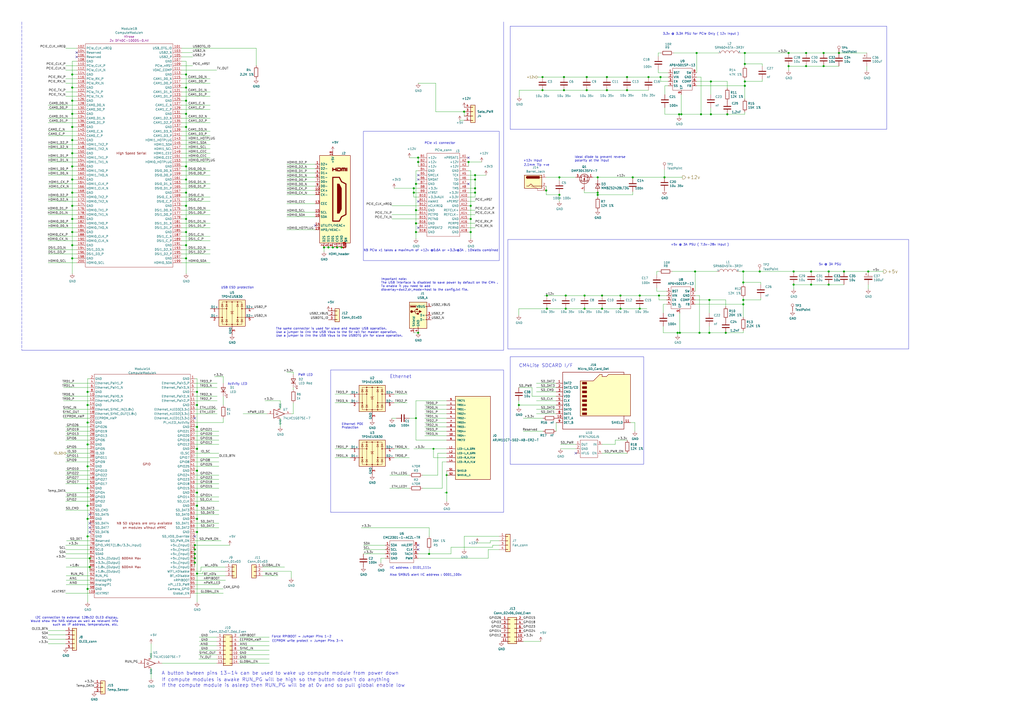
<source format=kicad_sch>
(kicad_sch (version 20231120) (generator "eeschema") (generator_version "8.0")
  (paper "A2")
  (junction (at 41.91 134.62) (diameter 1.016))
  (junction (at 440.69 157.48) (diameter 1.016))
  (junction (at 431.165 173.99) (diameter 1.016))
  (junction (at 107.95 66.04) (diameter 1.016))
  (junction (at 50.8 283.21) (diameter 1.016))
  (junction (at 432.054 49.784) (diameter 1.016))
  (junction (at 269.24 64.77) (diameter 1.016))
  (junction (at 346.71 102.87) (diameter 1.016))
  (junction (at 275.59 111.76) (diameter 1.016))
  (junction (at 385.445 102.87) (diameter 1.016))
  (junction (at 376.174 44.704) (diameter 1.016))
  (junction (at 41.91 119.38) (diameter 1.016))
  (junction (at 240.03 111.76) (diameter 1.016))
  (junction (at 50.8 270.51) (diameter 1.016))
  (junction (at 328.168 179.07) (diameter 1.016))
  (junction (at 359.918 171.45) (diameter 1.016))
  (junction (at 367.03 102.87) (diameter 1.016))
  (junction (at 50.8 234.95) (diameter 1.016))
  (junction (at 275.59 101.6) (diameter 1.016))
  (junction (at 477.774 30.734) (diameter 1.016))
  (junction (at 114.3 227.33) (diameter 1.016))
  (junction (at 114.3 332.74) (diameter 1.016))
  (junction (at 371.094 179.07) (diameter 1.016))
  (junction (at 114.3 260.35) (diameter 1.016))
  (junction (at 107.95 50.8) (diameter 1.016))
  (junction (at 324.485 102.87) (diameter 1.016))
  (junction (at 107.95 142.24) (diameter 1.016))
  (junction (at 412.369 47.244) (diameter 1.016))
  (junction (at 198.12 143.51) (diameter 1.016))
  (junction (at 382.27 171.45) (diameter 1.016))
  (junction (at 241.3 121.92) (diameter 1.016))
  (junction (at 383.159 44.704) (diameter 1.016))
  (junction (at 349.25 171.45) (diameter 1.016))
  (junction (at 114.3 308.61) (diameter 1.016))
  (junction (at 470.535 157.48) (diameter 1.016))
  (junction (at 346.71 113.03) (diameter 1.016))
  (junction (at 480.695 157.48) (diameter 1.016))
  (junction (at 317.246 171.45) (diameter 1.016))
  (junction (at 460.375 165.1) (diameter 1.016))
  (junction (at 50.8 227.33) (diameter 1.016))
  (junction (at 314.706 52.324) (diameter 1.016))
  (junction (at 114.3 273.05) (diameter 1.016))
  (junction (at 113.03 323.85) (diameter 1.016))
  (junction (at 113.03 326.39) (diameter 1.016))
  (junction (at 113.03 316.23) (diameter 1.016))
  (junction (at 340.36 52.324) (diameter 1.016))
  (junction (at 114.3 285.75) (diameter 1.016))
  (junction (at 41.91 81.28) (diameter 1.016))
  (junction (at 41.91 104.14) (diameter 1.016))
  (junction (at 394.335 193.04) (diameter 1.016))
  (junction (at 107.95 104.14) (diameter 1.016))
  (junction (at 240.03 109.22) (diameter 1.016))
  (junction (at 114.3 300.99) (diameter 1.016))
  (junction (at 489.585 157.48) (diameter 1.016))
  (junction (at 363.728 52.324) (diameter 1.016))
  (junction (at 273.05 134.62) (diameter 1.016))
  (junction (at 406.654 66.294) (diameter 1.016))
  (junction (at 503.682 157.48) (diameter 1.016))
  (junction (at 349.25 179.07) (diameter 1.016))
  (junction (at 52.07 328.93) (diameter 1.016))
  (junction (at 41.91 43.18) (diameter 1.016))
  (junction (at 275.59 104.14) (diameter 1.016))
  (junction (at 248.92 321.31) (diameter 1.016))
  (junction (at 107.95 96.52) (diameter 1.016))
  (junction (at 114.3 234.95) (diameter 1.016))
  (junction (at 41.91 96.52) (diameter 1.016))
  (junction (at 432.054 30.734) (diameter 1.016))
  (junction (at 316.865 110.49) (diameter 1.016))
  (junction (at 393.065 193.04) (diameter 1.016))
  (junction (at 50.8 300.99) (diameter 1.016))
  (junction (at 404.114 30.734) (diameter 1.016))
  (junction (at 113.03 318.77) (diameter 1.016))
  (junction (at 411.48 173.99) (diameter 1.016))
  (junction (at 339.09 171.45) (diameter 1.016))
  (junction (at 242.57 91.44) (diameter 1.016))
  (junction (at 259.08 275.59))
  (junction (at 363.728 44.704) (diameter 1.016))
  (junction (at 107.95 134.62) (diameter 1.016))
  (junction (at 41.91 149.86) (diameter 1.016))
  (junction (at 41.91 73.66) (diameter 1.016))
  (junction (at 251.46 260.35))
  (junction (at 467.614 38.354) (diameter 1.016))
  (junction (at 242.57 93.98) (diameter 1.016))
  (junction (at 477.774 38.354) (diameter 1.016))
  (junction (at 273.05 119.38) (diameter 1.016))
  (junction (at 431.165 163.83) (diameter 1.016))
  (junction (at 195.58 143.51) (diameter 1.016))
  (junction (at 50.8 341.63) (diameter 1.016))
  (junction (at 107.95 119.38) (diameter 1.016))
  (junction (at 324.485 113.03) (diameter 1.016))
  (junction (at 50.8 293.37) (diameter 1.016))
  (junction (at 50.8 245.11) (diameter 1.016))
  (junction (at 107.95 43.18) (diameter 1.016))
  (junction (at 107.95 73.66) (diameter 1.016))
  (junction (at 405.765 193.04) (diameter 1.016))
  (junction (at 431.165 176.53) (diameter 1.016))
  (junction (at 412.369 66.294) (diameter 1.016))
  (junction (at 411.48 193.04) (diameter 1.016))
  (junction (at 460.375 157.48) (diameter 1.016))
  (junction (at 421.005 193.04) (diameter 1.016))
  (junction (at 421.894 66.294) (diameter 1.016))
  (junction (at 41.91 142.24) (diameter 1.016))
  (junction (at 403.225 157.48) (diameter 1.016))
  (junction (at 457.454 38.354) (diameter 1.016))
  (junction (at 328.168 171.45) (diameter 1.016))
  (junction (at 275.59 109.22) (diameter 1.016))
  (junction (at 114.3 293.37) (diameter 1.016))
  (junction (at 352.044 52.324) (diameter 1.016))
  (junction (at 339.09 179.07) (diameter 1.016))
  (junction (at 114.3 247.65) (diameter 1.016))
  (junction (at 41.91 88.9) (diameter 1.016))
  (junction (at 432.054 47.244) (diameter 1.016))
  (junction (at 41.91 66.04) (diameter 1.016))
  (junction (at 327.152 52.324) (diameter 1.016))
  (junction (at 359.918 179.07) (diameter 1.016))
  (junction (at 300.99 234.95) (diameter 1.016))
  (junction (at 314.706 44.704) (diameter 1.016))
  (junction (at 41.91 58.42) (diameter 1.016))
  (junction (at 457.454 30.734) (diameter 1.016))
  (junction (at 431.165 157.48) (diameter 1.016))
  (junction (at 52.07 323.85) (diameter 1.016))
  (junction (at 467.614 30.734) (diameter 1.016))
  (junction (at 193.04 143.51) (diameter 1.016))
  (junction (at 352.044 44.704) (diameter 1.016))
  (junction (at 107.95 149.86) (diameter 1.016))
  (junction (at 242.57 193.04) (diameter 1.016))
  (junction (at 50.8 257.81) (diameter 1.016))
  (junction (at 107.95 127) (diameter 1.016))
  (junction (at 393.954 66.294) (diameter 1.016))
  (junction (at 259.08 285.75))
  (junction (at 187.96 143.51) (diameter 1.016))
  (junction (at 346.71 111.76) (diameter 1.016))
  (junction (at 470.535 165.1) (diameter 1.016))
  (junction (at 241.3 106.68) (diameter 1.016))
  (junction (at 327.152 44.704) (diameter 1.016))
  (junction (at 113.03 321.31) (diameter 1.016))
  (junction (at 41.91 111.76) (diameter 1.016))
  (junction (at 271.78 93.98) (diameter 1.016))
  (junction (at 50.8 311.15) (diameter 1.016))
  (junction (at 241.3 242.57))
  (junction (at 371.094 171.45) (diameter 1.016))
  (junction (at 340.36 44.704) (diameter 1.016))
  (junction (at 480.695 165.1) (diameter 1.016))
  (junction (at 241.3 134.62) (diameter 1.016))
  (junction (at 107.95 111.76) (diameter 1.016))
  (junction (at 486.664 30.734) (diameter 1.016))
  (junction (at 107.95 58.42) (diameter 1.016))
  (junction (at 317.246 179.07) (diameter 1.016))
  (junction (at 432.054 37.084) (diameter 1.016))
  (junction (at 190.5 143.51) (diameter 1.016))
  (junction (at 41.91 127) (diameter 1.016))
  (junction (at 273.05 127) (diameter 1.016))
  (junction (at 395.224 66.294) (diameter 1.016))
  (junction (at 241.3 129.54) (diameter 1.016))
  (junction (at 41.91 50.8) (diameter 1.016))
  (no_connect (at 334.01 262.89))
  (no_connect (at 52.07 298.45))
  (no_connect (at 242.57 104.14))
  (no_connect (at 271.78 106.68))
  (no_connect (at 52.07 303.53))
  (no_connect (at 242.57 316.23))
  (no_connect (at 44.45 30.48))
  (no_connect (at 182.88 130.81))
  (no_connect (at 113.03 311.15))
  (no_connect (at 242.57 318.77))
  (no_connect (at 242.57 101.6))
  (no_connect (at 52.07 306.07))
  (no_connect (at 242.57 116.84))
  (no_connect (at 271.78 91.44))
  (no_connect (at 242.57 132.08))
  (no_connect (at 52.07 308.61))
  (no_connect (at 44.45 33.02))
  (no_connect (at 113.03 242.57))
  (wire (pts (xy 404.114 49.784) (xy 432.054 49.784)))
  (wire (pts (xy 38.1 260.35) (xy 52.07 260.35)))
  (wire (pts (xy 113.03 331.47) (xy 116.586 331.47)))
  (wire (pts (xy 346.71 113.03) (xy 346.71 114.3)))
  (wire (pts (xy 27.94 116.84) (xy 44.45 116.84)))
  (wire (pts (xy 273.05 134.62) (xy 273.05 138.43)))
  (wire (pts (xy 105.41 137.16) (xy 121.92 137.16)))
  (wire (pts (xy 113.03 275.59) (xy 127 275.59)))
  (wire (pts (xy 403.225 157.48) (xy 415.925 157.48)))
  (wire (pts (xy 105.41 83.82) (xy 121.92 83.82)))
  (wire (pts (xy 166.37 105.41) (xy 182.88 105.41)))
  (wire (pts (xy 107.95 149.86) (xy 107.95 158.75)))
  (polyline (pts (xy 191.77 214.63) (xy 292.1 214.63)) (stroke (width 0) (type solid)))
  (wire (pts (xy 105.41 43.18) (xy 107.95 43.18)))
  (wire (pts (xy 273.05 119.38) (xy 273.05 127)))
  (wire (pts (xy 228.6 260.35) (xy 237.49 260.35)))
  (wire (pts (xy 271.78 129.54) (xy 275.59 129.54)))
  (wire (pts (xy 334.01 257.81) (xy 325.12 257.81)))
  (wire (pts (xy 314.706 44.704) (xy 327.152 44.704)))
  (wire (pts (xy 107.95 119.38) (xy 107.95 127)))
  (wire (pts (xy 50.8 341.63) (xy 50.8 349.25)))
  (wire (pts (xy 121.92 132.08) (xy 105.41 132.08)))
  (wire (pts (xy 242.57 127) (xy 227.33 127)))
  (polyline (pts (xy 295.91 15.24) (xy 514.35 15.24)) (stroke (width 0) (type solid)))
  (wire (pts (xy 38.1 27.94) (xy 44.45 27.94)))
  (wire (pts (xy 41.91 142.24) (xy 41.91 149.86)))
  (wire (pts (xy 242.57 124.46) (xy 227.33 124.46)))
  (wire (pts (xy 105.41 106.68) (xy 121.92 106.68)))
  (wire (pts (xy 27.94 129.54) (xy 44.45 129.54)))
  (wire (pts (xy 283.21 318.77) (xy 289.56 318.77)))
  (wire (pts (xy 271.78 116.84) (xy 275.59 116.84)))
  (wire (pts (xy 105.41 142.24) (xy 107.95 142.24)))
  (wire (pts (xy 311.15 227.33) (xy 322.58 227.33)))
  (wire (pts (xy 273.05 99.06) (xy 273.05 119.38)))
  (wire (pts (xy 363.728 52.324) (xy 376.174 52.324)))
  (wire (pts (xy 87.63 373.38) (xy 87.63 382.27)))
  (wire (pts (xy 315.595 171.45) (xy 317.246 171.45)))
  (wire (pts (xy 316.865 113.03) (xy 316.865 110.49)))
  (wire (pts (xy 381.889 40.259) (xy 381.889 42.164)))
  (wire (pts (xy 105.41 33.02) (xy 111.76 33.02)))
  (wire (pts (xy 107.95 58.42) (xy 107.95 50.8)))
  (wire (pts (xy 107.95 66.04) (xy 107.95 58.42)))
  (wire (pts (xy 115.316 379.73) (xy 125.73 379.73)))
  (wire (pts (xy 121.92 55.88) (xy 105.41 55.88)))
  (wire (pts (xy 170.18 233.68) (xy 170.18 240.03)))
  (wire (pts (xy 27.94 99.06) (xy 44.45 99.06)))
  (wire (pts (xy 429.514 30.734) (xy 432.054 30.734)))
  (wire (pts (xy 38.1 318.77) (xy 52.07 318.77)))
  (wire (pts (xy 324.485 112.395) (xy 324.485 113.03)))
  (wire (pts (xy 38.1 290.83) (xy 52.07 290.83)))
  (wire (pts (xy 240.03 260.35) (xy 251.46 260.35)))
  (wire (pts (xy 289.56 313.69) (xy 284.48 313.69)))
  (wire (pts (xy 284.48 314.96) (xy 276.86 314.96)))
  (wire (pts (xy 240.03 111.76) (xy 242.57 111.76)))
  (wire (pts (xy 327.152 52.324) (xy 340.36 52.324)))
  (wire (pts (xy 271.78 104.14) (xy 275.59 104.14)))
  (wire (pts (xy 121.92 53.34) (xy 105.41 53.34)))
  (wire (pts (xy 300.99 179.07) (xy 317.246 179.07)))
  (polyline (pts (xy 210.82 151.13) (xy 210.82 76.2)) (stroke (width 0) (type solid)))
  (wire (pts (xy 105.41 139.7) (xy 121.92 139.7)))
  (wire (pts (xy 115.57 377.19) (xy 125.73 377.19)))
  (wire (pts (xy 300.99 179.07) (xy 300.99 182.88)))
  (wire (pts (xy 228.6 233.68) (xy 236.22 233.68)))
  (wire (pts (xy 300.99 224.79) (xy 308.61 224.79)))
  (wire (pts (xy 113.03 285.75) (xy 114.3 285.75)))
  (wire (pts (xy 431.165 173.99) (xy 431.165 176.53)))
  (wire (pts (xy 237.49 91.44) (xy 242.57 91.44)))
  (polyline (pts (xy 292.1 203.2) (xy 12.7 203.2)) (stroke (width 0.152) (type solid)))
  (wire (pts (xy 412.369 47.244) (xy 412.369 54.864)))
  (wire (pts (xy 27.94 86.36) (xy 44.45 86.36)))
  (wire (pts (xy 50.8 293.37) (xy 52.07 293.37)))
  (wire (pts (xy 412.369 66.294) (xy 421.894 66.294)))
  (wire (pts (xy 240.03 109.22) (xy 242.57 109.22)))
  (wire (pts (xy 246.38 245.11) (xy 259.08 245.11)))
  (wire (pts (xy 113.03 224.79) (xy 125.984 224.79)))
  (wire (pts (xy 105.41 116.84) (xy 121.92 116.84)))
  (wire (pts (xy 252.73 48.26) (xy 252.73 64.77)))
  (wire (pts (xy 41.91 35.56) (xy 41.91 43.18)))
  (wire (pts (xy 328.168 171.45) (xy 339.09 171.45)))
  (wire (pts (xy 114.3 285.75) (xy 114.3 293.37)))
  (wire (pts (xy 303.53 242.57) (xy 314.96 242.57)))
  (wire (pts (xy 301.244 52.324) (xy 301.244 56.134)))
  (wire (pts (xy 431.165 157.48) (xy 431.165 163.83)))
  (wire (pts (xy 105.41 96.52) (xy 107.95 96.52)))
  (wire (pts (xy 261.62 317.5) (xy 285.75 317.5)))
  (wire (pts (xy 44.45 121.92) (xy 27.94 121.92)))
  (wire (pts (xy 113.03 321.31) (xy 113.03 323.85)))
  (wire (pts (xy 41.91 81.28) (xy 44.45 81.28)))
  (wire (pts (xy 404.114 30.734) (xy 416.814 30.734)))
  (wire (pts (xy 393.954 67.564) (xy 393.954 66.294)))
  (wire (pts (xy 166.37 97.79) (xy 182.88 97.79)))
  (wire (pts (xy 41.91 43.18) (xy 44.45 43.18)))
  (wire (pts (xy 41.91 149.86) (xy 41.91 158.75)))
  (wire (pts (xy 246.38 252.73) (xy 259.08 252.73)))
  (wire (pts (xy 170.18 240.03) (xy 168.91 240.03)))
  (wire (pts (xy 113.03 260.35) (xy 114.3 260.35)))
  (wire (pts (xy 242.57 321.31) (xy 248.92 321.31)))
  (wire (pts (xy 344.043 102.87) (xy 346.71 102.87)))
  (wire (pts (xy 432.054 47.244) (xy 432.054 49.784)))
  (wire (pts (xy 240.03 193.04) (xy 242.57 193.04)))
  (wire (pts (xy 121.92 45.72) (xy 105.41 45.72)))
  (wire (pts (xy 266.7 69.85) (xy 269.24 69.85)))
  (wire (pts (xy 152.4 334.01) (xy 161.29 334.01)))
  (wire (pts (xy 170.18 224.79) (xy 170.18 226.06)))
  (wire (pts (xy 107.95 104.14) (xy 107.95 111.76)))
  (wire (pts (xy 166.37 113.03) (xy 182.88 113.03)))
  (wire (pts (xy 381 167.005) (xy 381 168.91)))
  (wire (pts (xy 138.43 372.11) (xy 156.21 372.11)))
  (wire (pts (xy 382.27 171.45) (xy 386.715 171.45)))
  (wire (pts (xy 285.75 317.5) (xy 285.75 316.23)))
  (wire (pts (xy 442.214 37.084) (xy 442.214 38.354)))
  (wire (pts (xy 105.41 152.4) (xy 121.92 152.4)))
  (wire (pts (xy 432.054 30.734) (xy 457.454 30.734)))
  (wire (pts (xy 442.214 47.244) (xy 442.214 45.974)))
  (wire (pts (xy 271.78 96.52) (xy 271.78 93.98)))
  (wire (pts (xy 338.963 111.76) (xy 346.71 111.76)))
  (wire (pts (xy 470.535 157.48) (xy 480.695 157.48)))
  (wire (pts (xy 87.63 387.35) (xy 87.63 393.7)))
  (wire (pts (xy 312.039 44.704) (xy 314.706 44.704)))
  (wire (pts (xy 52.07 227.33) (xy 50.8 227.33)))
  (wire (pts (xy 41.91 96.52) (xy 41.91 104.14)))
  (wire (pts (xy 166.37 123.19) (xy 182.88 123.19)))
  (wire (pts (xy 283.21 318.77) (xy 283.21 323.85)))
  (wire (pts (xy 273.05 127) (xy 273.05 134.62)))
  (wire (pts (xy 327.152 44.704) (xy 340.36 44.704)))
  (wire (pts (xy 271.78 111.76) (xy 275.59 111.76)))
  (wire (pts (xy 113.03 339.09) (xy 127 339.09)))
  (wire (pts (xy 457.454 38.354) (xy 457.454 40.894)))
  (wire (pts (xy 432.054 37.084) (xy 442.214 37.084)))
  (wire (pts (xy 352.044 44.704) (xy 363.728 44.704)))
  (wire (pts (xy 251.46 260.35) (xy 251.46 265.43)))
  (wire (pts (xy 271.78 109.22) (xy 275.59 109.22)))
  (wire (pts (xy 41.91 50.8) (xy 41.91 58.42)))
  (wire (pts (xy 385.699 62.484) (xy 385.699 66.294)))
  (wire (pts (xy 50.8 270.51) (xy 52.07 270.51)))
  (wire (pts (xy 393.065 193.04) (xy 394.335 193.04)))
  (polyline (pts (xy 514.35 74.93) (xy 295.91 74.93)) (stroke (width 0) (type solid)))
  (wire (pts (xy 50.8 257.81) (xy 50.8 270.51)))
  (polyline (pts (xy 295.91 15.24) (xy 295.91 74.93)) (stroke (width 0) (type solid)))
  (wire (pts (xy 41.91 111.76) (xy 44.45 111.76)))
  (wire (pts (xy 138.43 377.19) (xy 156.21 377.19)))
  (wire (pts (xy 105.41 86.36) (xy 121.92 86.36)))
  (wire (pts (xy 41.91 134.62) (xy 44.45 134.62)))
  (wire (pts (xy 44.45 35.56) (xy 41.91 35.56)))
  (wire (pts (xy 328.168 179.07) (xy 339.09 179.07)))
  (wire (pts (xy 115.57 374.65) (xy 125.73 374.65)))
  (wire (pts (xy 384.81 176.53) (xy 384.81 181.61)))
  (wire (pts (xy 381 159.385) (xy 381 157.48)))
  (wire (pts (xy 241.3 121.92) (xy 241.3 129.54)))
  (wire (pts (xy 242.57 48.26) (xy 252.73 48.26)))
  (wire (pts (xy 113.03 344.17) (xy 129.54 344.17)))
  (wire (pts (xy 349.25 179.07) (xy 359.918 179.07)))
  (wire (pts (xy 441.325 173.99) (xy 441.325 172.72)))
  (wire (pts (xy 162.56 232.41) (xy 153.67 232.41)))
  (wire (pts (xy 41.91 66.04) (xy 44.45 66.04)))
  (wire (pts (xy 113.03 300.99) (xy 114.3 300.99)))
  (wire (pts (xy 105.41 38.1) (xy 111.76 38.1)))
  (wire (pts (xy 41.91 73.66) (xy 41.91 81.28)))
  (wire (pts (xy 129.54 229.87) (xy 129.54 234.95)))
  (wire (pts (xy 50.8 234.95) (xy 50.8 245.11)))
  (wire (pts (xy 261.62 321.31) (xy 261.62 317.5)))
  (wire (pts (xy 241.3 106.68) (xy 241.3 121.92)))
  (wire (pts (xy 148.59 27.94) (xy 148.59 38.1)))
  (wire (pts (xy 311.15 237.49) (xy 322.58 237.49)))
  (wire (pts (xy 113.03 341.63) (xy 129.54 341.63)))
  (wire (pts (xy 271.78 132.08) (xy 275.59 132.08)))
  (wire (pts (xy 105.41 93.98) (xy 121.92 93.98)))
  (wire (pts (xy 371.094 179.07) (xy 375.285 179.07)))
  (wire (pts (xy 114.3 247.65) (xy 114.3 260.35)))
  (wire (pts (xy 50.8 227.33) (xy 50.8 234.95)))
  (wire (pts (xy 107.95 50.8) (xy 107.95 43.18)))
  (wire (pts (xy 271.78 121.92) (xy 275.59 121.92)))
  (wire (pts (xy 44.45 124.46) (xy 27.94 124.46)))
  (wire (pts (xy 38.1 247.65) (xy 52.07 247.65)))
  (polyline (pts (xy 527.05 202.438) (xy 294.64 202.438)) (stroke (width 0) (type solid)))
  (wire (pts (xy 271.78 101.6) (xy 275.59 101.6)))
  (wire (pts (xy 168.91 331.47) (xy 168.91 335.28)))
  (wire (pts (xy 138.43 384.81) (xy 156.21 384.81)))
  (wire (pts (xy 113.03 326.39) (xy 113.03 328.93)))
  (wire (pts (xy 460.375 157.48) (xy 470.535 157.48)))
  (wire (pts (xy 52.07 331.47) (xy 52.07 328.93)))
  (wire (pts (xy 431.165 163.83) (xy 431.165 165.1)))
  (wire (pts (xy 503.682 157.48) (xy 512.445 157.48)))
  (wire (pts (xy 242.57 119.38) (xy 227.33 119.38)))
  (wire (pts (xy 273.05 134.62) (xy 271.78 134.62)))
  (wire (pts (xy 242.57 93.98) (xy 242.57 91.44)))
  (wire (pts (xy 105.41 63.5) (xy 121.92 63.5)))
  (wire (pts (xy 432.054 45.974) (xy 432.054 47.244)))
  (wire (pts (xy 226.06 275.59) (xy 237.49 275.59)))
  (wire (pts (xy 170.18 215.9) (xy 166.37 215.9)))
  (wire (pts (xy 195.58 143.51) (xy 198.12 143.51)))
  (wire (pts (xy 467.614 38.354) (xy 457.454 38.354)))
  (wire (pts (xy 113.03 270.51) (xy 127 270.51)))
  (wire (pts (xy 412.369 47.244) (xy 421.894 47.244)))
  (wire (pts (xy 27.94 370.84) (xy 38.1 370.84)))
  (wire (pts (xy 363.728 44.704) (xy 376.174 44.704)))
  (wire (pts (xy 113.03 334.01) (xy 130.81 334.01)))
  (wire (pts (xy 210.82 318.77) (xy 223.52 318.77)))
  (wire (pts (xy 404.114 30.734) (xy 404.114 42.164)))
  (wire (pts (xy 285.75 316.23) (xy 289.56 316.23)))
  (wire (pts (xy 271.78 127) (xy 273.05 127)))
  (wire (pts (xy 356.87 255.27) (xy 356.87 257.81)))
  (wire (pts (xy 411.48 173.99) (xy 421.005 173.99)))
  (wire (pts (xy 240.03 109.22) (xy 240.03 111.76)))
  (polyline (pts (xy 373.38 269.24) (xy 295.91 269.24)) (stroke (width 0) (type solid)))
  (wire (pts (xy 246.38 240.03) (xy 259.08 240.03)))
  (wire (pts (xy 38.1 316.23) (xy 52.07 316.23)))
  (wire (pts (xy 38.1 295.91) (xy 52.07 295.91)))
  (wire (pts (xy 390.779 30.734) (xy 404.114 30.734)))
  (wire (pts (xy 44.45 60.96) (xy 27.94 60.96)))
  (wire (pts (xy 241.3 232.41) (xy 241.3 242.57)))
  (wire (pts (xy 271.78 119.38) (xy 273.05 119.38)))
  (wire (pts (xy 246.38 237.49) (xy 259.08 237.49)))
  (wire (pts (xy 41.91 58.42) (xy 44.45 58.42)))
  (wire (pts (xy 352.044 52.324) (xy 363.728 52.324)))
  (wire (pts (xy 105.41 27.94) (xy 148.59 27.94)))
  (wire (pts (xy 41.91 66.04) (xy 41.91 73.66)))
  (wire (pts (xy 107.95 73.66) (xy 107.95 96.52)))
  (wire (pts (xy 242.57 323.85) (xy 283.21 323.85)))
  (wire (pts (xy 105.41 144.78) (xy 121.92 144.78)))
  (wire (pts (xy 38.354 328.93) (xy 52.07 328.93)))
  (wire (pts (xy 371.094 171.45) (xy 382.27 171.45)))
  (wire (pts (xy 242.57 96.52) (xy 242.57 93.98)))
  (wire (pts (xy 38.354 336.55) (xy 52.07 336.55)))
  (wire (pts (xy 393.954 66.294) (xy 395.224 66.294)))
  (wire (pts (xy 359.918 179.07) (xy 371.094 179.07)))
  (wire (pts (xy 187.96 143.51) (xy 190.5 143.51)))
  (wire (pts (xy 38.1 265.43) (xy 52.07 265.43)))
  (wire (pts (xy 27.94 132.08) (xy 44.45 132.08)))
  (wire (pts (xy 421.894 51.054) (xy 421.894 47.244)))
  (wire (pts (xy 322.58 232.41) (xy 311.15 232.41)))
  (wire (pts (xy 38.1 344.17) (xy 52.07 344.17)))
  (wire (pts (xy 346.71 113.03) (xy 367.03 113.03)))
  (wire (pts (xy 121.92 101.6) (xy 105.41 101.6)))
  (wire (pts (xy 322.58 240.03) (xy 311.15 240.03)))
  (wire (pts (xy 129.54 222.25) (xy 129.54 218.44)))
  (wire (pts (xy 324.485 113.03) (xy 324.485 116.84)))
  (wire (pts (xy 385.699 66.294) (xy 393.954 66.294)))
  (wire (pts (xy 303.53 250.19) (xy 314.96 250.19)))
  (wire (pts (xy 275.59 109.22) (xy 275.59 111.76)))
  (wire (pts (xy 259.08 273.05) (xy 259.08 275.59)))
  (wire (pts (xy 431.165 176.53) (xy 431.165 184.15)))
  (wire (pts (xy 383.159 44.704) (xy 383.159 47.244)))
  (wire (pts (xy 316.865 102.87) (xy 324.485 102.87)))
  (wire (pts (xy 129.54 245.11) (xy 129.54 242.57)))
  (wire (pts (xy 44.45 142.24) (xy 41.91 142.24)))
  (wire (pts (xy 385.445 102.87) (xy 395.859 102.87)))
  (wire (pts (xy 340.36 44.704) (xy 352.044 44.704)))
  (wire (pts (xy 254 275.59) (xy 254 262.89)))
  (wire (pts (xy 113.03 219.71) (xy 114.3 219.71)))
  (wire (pts (xy 41.91 119.38) (xy 41.91 127)))
  (wire (pts (xy 41.91 104.14) (xy 44.45 104.14)))
  (wire (pts (xy 36.83 237.49) (xy 52.07 237.49)))
  (wire (pts (xy 187.96 143.51) (xy 187.96 146.05)))
  (wire (pts (xy 324.485 102.87) (xy 324.485 104.775)))
  (wire (pts (xy 381.889 42.164) (xy 387.604 42.164)))
  (wire (pts (xy 338.963 110.49) (xy 338.963 111.76)))
  (wire (pts (xy 256.54 283.21) (xy 256.54 267.97)))
  (polyline (pts (xy 292.1 12.7) (xy 292.1 203.2)) (stroke (width 0.152) (type solid)))
  (wire (pts (xy 41.91 43.18) (xy 41.91 50.8)))
  (wire (pts (xy 50.8 245.11) (xy 50.8 257.81)))
  (wire (pts (xy 480.695 157.48) (xy 489.585 157.48)))
  (wire (pts (xy 50.8 283.21) (xy 50.8 293.37)))
  (wire (pts (xy 113.03 267.97) (xy 127 267.97)))
  (wire (pts (xy 27.94 101.6) (xy 44.45 101.6)))
  (wire (pts (xy 127 295.91) (xy 113.03 295.91)))
  (wire (pts (xy 105.41 40.64) (xy 125.73 40.64)))
  (wire (pts (xy 251.46 260.35) (xy 259.08 260.35)))
  (wire (pts (xy 105.41 127) (xy 107.95 127)))
  (wire (pts (xy 421.005 177.8) (xy 421.005 173.99)))
  (wire (pts (xy 421.005 193.04) (xy 431.165 193.04)))
  (wire (pts (xy 210.82 316.23) (xy 223.52 316.23)))
  (wire (pts (xy 316.865 113.03) (xy 324.485 113.03)))
  (wire (pts (xy 194.31 260.35) (xy 203.2 260.35)))
  (wire (pts (xy 242.57 106.68) (xy 241.3 106.68)))
  (polyline (pts (xy 514.35 15.24) (xy 514.35 74.93)) (stroke (width 0) (type solid)))
  (wire (pts (xy 41.91 81.28) (xy 41.91 88.9)))
  (wire (pts (xy 124.46 218.44) (xy 129.54 218.44)))
  (wire (pts (xy 486.664 38.354) (xy 477.774 38.354)))
  (wire (pts (xy 50.8 311.15) (xy 50.8 341.63)))
  (wire (pts (xy 38.1 262.89) (xy 52.07 262.89)))
  (wire (pts (xy 44.45 149.86) (xy 41.91 149.86)))
  (wire (pts (xy 346.71 102.87) (xy 346.71 104.14)))
  (wire (pts (xy 115.57 372.11) (xy 125.73 372.11)))
  (wire (pts (xy 38.1 288.29) (xy 52.07 288.29)))
  (wire (pts (xy 105.41 60.96) (xy 121.92 60.96)))
  (wire (pts (xy 431.165 163.83) (xy 441.325 163.83)))
  (wire (pts (xy 113.03 265.43) (xy 127 265.43)))
  (wire (pts (xy 300.99 234.95) (xy 300.99 236.22)))
  (wire (pts (xy 105.41 50.8) (xy 107.95 50.8)))
  (wire (pts (xy 259.08 265.43) (xy 251.46 265.43)))
  (wire (pts (xy 52.07 326.39) (xy 52.07 323.85)))
  (wire (pts (xy 114.3 260.35) (xy 114.3 273.05)))
  (wire (pts (xy 27.94 114.3) (xy 44.45 114.3)))
  (wire (pts (xy 36.83 224.79) (xy 52.07 224.79)))
  (wire (pts (xy 311.15 222.25) (xy 322.58 222.25)))
  (wire (pts (xy 36.83 232.41) (xy 52.07 232.41)))
  (wire (pts (xy 41.91 127) (xy 41.91 134.62)))
  (wire (pts (xy 383.159 44.704) (xy 387.604 44.704)))
  (wire (pts (xy 404.114 44.704) (xy 406.654 44.704)))
  (wire (pts (xy 27.94 152.4) (xy 44.45 152.4)))
  (wire (pts (xy 385.699 49.784) (xy 385.699 54.864)))
  (wire (pts (xy 489.585 165.1) (xy 480.695 165.1)))
  (wire (pts (xy 41.91 104.14) (xy 41.91 111.76)))
  (wire (pts (xy 44.45 71.12) (xy 27.94 71.12)))
  (wire (pts (xy 300.99 232.41) (xy 300.99 234.95)))
  (wire (pts (xy 240.03 111.76) (xy 240.03 114.3)))
  (wire (pts (xy 246.38 247.65) (xy 259.08 247.65)))
  (wire (pts (xy 38.1 40.64) (xy 44.45 40.64)))
  (wire (pts (xy 431.165 157.48) (xy 440.69 157.48)))
  (polyline (pts (xy 294.64 138.938) (xy 294.64 202.438)) (stroke (width 0) (type solid)))
  (wire (pts (xy 365.76 245.11) (xy 368.3 245.11)))
  (wire (pts (xy 38.1 252.73) (xy 52.07 252.73)))
  (wire (pts (xy 248.92 306.07) (xy 248.92 311.15)))
  (wire (pts (xy 385.445 98.298) (xy 385.445 102.87)))
  (wire (pts (xy 107.95 111.76) (xy 107.95 119.38)))
  (wire (pts (xy 52.07 219.71) (xy 50.8 219.71)))
  (wire (pts (xy 41.91 88.9) (xy 41.91 96.52)))
  (wire (pts (xy 114.3 300.99) (xy 114.3 308.61)))
  (wire (pts (xy 389.89 157.48) (xy 403.225 157.48)))
  (wire (pts (xy 105.41 119.38) (xy 107.95 119.38)))
  (wire (pts (xy 113.03 273.05) (xy 114.3 273.05)))
  (wire (pts (xy 477.774 30.734) (xy 486.664 30.734)))
  (wire (pts (xy 257.81 285.75) (xy 259.08 285.75)))
  (wire (pts (xy 44.45 48.26) (xy 38.1 48.26)))
  (wire (pts (xy 467.614 30.734) (xy 477.774 30.734)))
  (wire (pts (xy 166.37 102.87) (xy 182.88 102.87)))
  (wire (pts (xy 105.41 66.04) (xy 107.95 66.04)))
  (wire (pts (xy 241.3 134.62) (xy 241.3 138.43)))
  (wire (pts (xy 432.054 49.784) (xy 432.054 57.404)))
  (wire (pts (xy 117.6782 331.47) (xy 130.81 331.47)))
  (wire (pts (xy 38.1 280.67) (xy 52.07 280.67)))
  (wire (pts (xy 284.48 313.69) (xy 284.48 314.96)))
  (wire (pts (xy 470.535 165.1) (xy 460.375 165.1)))
  (wire (pts (xy 209.55 306.07) (xy 248.92 306.07)))
  (wire (pts (xy 41.91 127) (xy 44.45 127)))
  (wire (pts (xy 113.03 313.69) (xy 128.27 313.69)))
  (wire (pts (xy 121.92 99.06) (xy 105.41 99.06)))
  (wire (pts (xy 38.1 285.75) (xy 52.07 285.75)))
  (wire (pts (xy 113.03 280.67) (xy 127 280.67)))
  (wire (pts (xy 38.5572 313.69) (xy 52.07 313.69)))
  (wire (pts (xy 44.45 45.72) (xy 38.1 45.72)))
  (wire (pts (xy 166.37 107.95) (xy 182.88 107.95)))
  (wire (pts (xy 105.41 58.42) (xy 107.95 58.42)))
  (wire (pts (xy 394.335 193.04) (xy 405.765 193.04)))
  (wire (pts (xy 406.654 44.704) (xy 406.654 66.294)))
  (wire (pts (xy 166.37 95.25) (xy 182.88 95.25)))
  (wire (pts (xy 27.94 365.76) (xy 38.1 365.76)))
  (wire (pts (xy 107.95 35.56) (xy 105.41 35.56)))
  (wire (pts (xy 393.065 194.31) (xy 393.065 193.04)))
  (wire (pts (xy 431.165 172.72) (xy 431.165 173.99)))
  (wire (pts (xy 432.054 47.244) (xy 442.214 47.244)))
  (wire (pts (xy 382.27 173.99) (xy 386.715 173.99)))
  (wire (pts (xy 405.765 171.45) (xy 405.765 193.04)))
  (wire (pts (xy 259.08 285.75) (xy 259.08 275.59)))
  (wire (pts (xy 50.8 293.37) (xy 50.8 300.99)))
  (wire (pts (xy 228.6 228.6) (xy 236.22 228.6)))
  (wire (pts (xy 432.054 30.734) (xy 432.054 37.084)))
  (wire (pts (xy 152.4 331.47) (xy 168.91 331.47)))
  (wire (pts (xy 246.38 242.57) (xy 259.08 242.57)))
  (wire (pts (xy 203.2 265.43) (xy 194.31 265.43)))
  (wire (pts (xy 113.03 293.37) (xy 114.3 293.37)))
  (wire (pts (xy 190.5 143.51) (xy 193.04 143.51)))
  (wire (pts (xy 381 157.48) (xy 382.27 157.48)))
  (wire (pts (xy 50.8 300.99) (xy 52.07 300.99)))
  (wire (pts (xy 359.918 171.45) (xy 371.094 171.45)))
  (wire (pts (xy 121.92 124.46) (xy 105.41 124.46)))
  (wire (pts (xy 339.09 179.07) (xy 349.25 179.07)))
  (wire (pts (xy 246.38 250.19) (xy 259.08 250.19)))
  (wire (pts (xy 412.369 62.484) (xy 412.369 66.294)))
  (wire (pts (xy 113.03 323.85) (xy 113.03 326.39)))
  (wire (pts (xy 245.11 283.21) (xy 256.54 283.21)))
  (wire (pts (xy 431.165 193.04) (xy 431.165 191.77)))
  (wire (pts (xy 240.03 114.3) (xy 242.57 114.3)))
  (wire (pts (xy 248.92 321.31) (xy 261.62 321.31)))
  (wire (pts (xy 381.889 30.734) (xy 383.159 30.734)))
  (wire (pts (xy 105.41 81.28) (xy 121.92 81.28)))
  (wire (pts (xy 27.94 93.98) (xy 44.45 93.98)))
  (wire (pts (xy 480.695 165.1) (xy 470.535 165.1)))
  (wire (pts (xy 41.91 134.62) (xy 41.91 142.24)))
  (wire (pts (xy 339.09 171.45) (xy 349.25 171.45)))
  (wire (pts (xy 41.91 58.42) (xy 41.91 66.04)))
  (wire (pts (xy 170.18 217.17) (xy 170.18 215.9)))
  (wire (pts (xy 105.41 147.32) (xy 121.92 147.32)))
  (wire (pts (xy 93.98 384.81) (xy 125.73 384.81)))
  (wire (pts (xy 113.03 283.21) (xy 127 283.21)))
  (wire (pts (xy 113.03 255.27) (xy 127 255.27)))
  (wire (pts (xy 114.3 293.37) (xy 114.3 300.99)))
  (wire (pts (xy 367.03 102.87) (xy 367.03 103.505)))
  (wire (pts (xy 308.61 229.87) (xy 308.61 224.79)))
  (wire (pts (xy 300.99 234.95) (xy 322.58 234.95)))
  (wire (pts (xy 242.57 99.06) (xy 241.3 99.06)))
  (wire (pts (xy 36.83 240.03) (xy 52.07 240.03)))
  (polyline (pts (xy 295.91 269.24) (xy 295.91 207.01)) (stroke (width 0) (type solid)))
  (wire (pts (xy 166.37 118.11) (xy 182.88 118.11)))
  (wire (pts (xy 113.03 227.33) (xy 114.3 227.33)))
  (wire (pts (xy 367.03 102.87) (xy 385.445 102.87)))
  (wire (pts (xy 460.375 165.1) (xy 460.375 167.64)))
  (wire (pts (xy 50.8 283.21) (xy 52.07 283.21)))
  (wire (pts (xy 411.48 193.04) (xy 421.005 193.04)))
  (wire (pts (xy 275.59 101.6) (xy 281.94 101.6)))
  (wire (pts (xy 384.81 193.04) (xy 393.065 193.04)))
  (polyline (pts (xy 191.77 297.18) (xy 191.77 214.63)) (stroke (width 0) (type solid)))
  (wire (pts (xy 486.664 30.734) (xy 502.8692 30.734)))
  (polyline (pts (xy 210.82 76.2) (xy 289.56 76.2)) (stroke (width 0) (type solid)))
  (wire (pts (xy 50.8 219.71) (xy 50.8 227.33)))
  (wire (pts (xy 477.774 38.354) (xy 467.614 38.354)))
  (wire (pts (xy 241.3 129.54) (xy 241.3 134.62)))
  (wire (pts (xy 303.53 372.11) (xy 313.69 372.11)))
  (wire (pts (xy 38.1 255.27) (xy 52.07 255.27)))
  (wire (pts (xy 411.48 173.99) (xy 411.48 181.61)))
  (wire (pts (xy 404.114 47.244) (xy 412.369 47.244)))
  (polyline (pts (xy 373.38 207.01) (xy 373.38 269.24)) (stroke (width 0) (type solid)))
  (wire (pts (xy 340.36 52.324) (xy 352.044 52.324)))
  (wire (pts (xy 363.855 255.27) (xy 356.87 255.27)))
  (wire (pts (xy 114.3 273.05) (xy 114.3 285.75)))
  (wire (pts (xy 38.354 339.09) (xy 52.07 339.09)))
  (wire (pts (xy 27.94 78.74) (xy 44.45 78.74)))
  (polyline (pts (xy 527.05 138.938) (xy 527.05 202.438)) (stroke (width 0) (type solid)))
  (wire (pts (xy 50.8 300.99) (xy 50.8 311.15)))
  (wire (pts (xy 289.56 311.15) (xy 269.24 311.15)))
  (wire (pts (xy 403.225 171.45) (xy 405.765 171.45)))
  (wire (pts (xy 457.454 30.734) (xy 467.614 30.734)))
  (wire (pts (xy 406.654 66.294) (xy 412.369 66.294)))
  (wire (pts (xy 50.8 311.15) (xy 52.07 311.15)))
  (wire (pts (xy 41.91 96.52) (xy 44.45 96.52)))
  (wire (pts (xy 121.92 121.92) (xy 105.41 121.92)))
  (wire (pts (xy 387.604 49.784) (xy 385.699 49.784)))
  (wire (pts (xy 116.586 331.47) (xy 116.586 328.93)))
  (wire (pts (xy 431.165 173.99) (xy 441.325 173.99)))
  (wire (pts (xy 105.41 68.58) (xy 121.92 68.58)))
  (wire (pts (xy 334.01 260.35) (xy 325.12 260.35)))
  (wire (pts (xy 113.03 237.49) (xy 125.984 237.49)))
  (wire (pts (xy 105.41 71.12) (xy 121.92 71.12)))
  (wire (pts (xy 252.73 64.77) (xy 269.24 64.77)))
  (wire (pts (xy 381.889 32.639) (xy 381.889 30.734)))
  (polyline (pts (xy 289.56 76.2) (xy 289.56 151.13)) (stroke (width 0) (type solid)))
  (wire (pts (xy 441.325 163.83) (xy 441.325 165.1)))
  (wire (pts (xy 245.11 275.59) (xy 254 275.59)))
  (wire (pts (xy 198.12 143.51) (xy 200.66 143.51)))
  (wire (pts (xy 113.03 232.41) (xy 125.984 232.41)))
  (wire (pts (xy 346.71 111.76) (xy 346.71 113.03)))
  (wire (pts (xy 386.715 176.53) (xy 384.81 176.53)))
  (wire (pts (xy 382.27 171.45) (xy 382.27 173.99)))
  (wire (pts (xy 241.3 134.62) (xy 242.57 134.62)))
  (wire (pts (xy 52.07 234.95) (xy 50.8 234.95)))
  (wire (pts (xy 324.485 102.87) (xy 333.883 102.87)))
  (wire (pts (xy 166.37 110.49) (xy 182.88 110.49)))
  (wire (pts (xy 223.52 321.31) (xy 210.82 321.31)))
  (wire (pts (xy 317.246 171.45) (xy 328.168 171.45)))
  (wire (pts (xy 44.45 68.58) (xy 27.94 68.58)))
  (wire (pts (xy 113.03 247.65) (xy 114.3 247.65)))
  (wire (pts (xy 105.41 109.22) (xy 121.92 109.22)))
  (wire (pts (xy 432.054 37.084) (xy 432.054 38.354)))
  (wire (pts (xy 194.31 228.6) (xy 203.2 228.6)))
  (wire (pts (xy 269.24 64.77) (xy 269.24 67.31)))
  (wire (pts (xy 384.81 189.23) (xy 384.81 193.04)))
  (wire (pts (xy 411.48 189.23) (xy 411.48 193.04)))
  (wire (pts (xy 117.6782 332.74) (xy 117.6782 331.47)))
  (wire (pts (xy 256.54 267.97) (xy 259.08 267.97)))
  (wire (pts (xy 113.03 250.19) (xy 127 250.19)))
  (wire (pts (xy 114.3 227.33) (xy 114.3 234.95)))
  (wire (pts (xy 113.03 229.87) (xy 125.984 229.87)))
  (wire (pts (xy 38.1 275.59) (xy 52.07 275.59)))
  (wire (pts (xy 275.59 104.14) (xy 275.59 109.22)))
  (wire (pts (xy 41.91 73.66) (xy 44.45 73.66)))
  (wire (pts (xy 152.4 328.93) (xy 165.1 328.93)))
  (wire (pts (xy 113.03 308.61) (xy 114.3 308.61)))
  (wire (pts (xy 162.56 237.49) (xy 162.56 232.41)))
  (wire (pts (xy 44.45 109.22) (xy 27.94 109.22)))
  (wire (pts (xy 368.3 245.11) (xy 368.3 250.19)))
  (wire (pts (xy 41.91 50.8) (xy 44.45 50.8)))
  (wire (pts (xy 105.41 111.76) (xy 107.95 111.76)))
  (wire (pts (xy 367.03 113.03) (xy 367.03 111.125)))
  (wire (pts (xy 114.3 219.71) (xy 114.3 227.33)))
  (wire (pts (xy 113.03 222.25) (xy 125.984 222.25)))
  (wire (pts (xy 381 168.91) (xy 386.715 168.91)))
  (wire (pts (xy 113.03 298.45) (xy 127 298.45)))
  (wire (pts (xy 314.706 52.324) (xy 327.152 52.324)))
  (wire (pts (xy 269.24 311.15) (xy 269.24 318.77)))
  (wire (pts (xy 421.894 66.294) (xy 432.054 66.294)))
  (wire (pts (xy 241.3 99.06) (xy 241.3 106.68)))
  (wire (pts (xy 193.04 143.51) (xy 195.58 143.51)))
  (wire (pts (xy 138.43 379.73) (xy 156.21 379.73)))
  (wire (pts (xy 237.49 242.57) (xy 241.3 242.57)))
  (wire (pts (xy 228.6 109.22) (xy 240.03 109.22)))
  (wire (pts (xy 138.43 374.65) (xy 156.21 374.65)))
  (polyline (pts (xy 295.91 207.01) (xy 373.38 207.01)) (stroke (width 0) (type solid)))
  (wire (pts (xy 349.25 262.89) (xy 363.855 262.89)))
  (wire (pts (xy 271.78 124.46) (xy 275.59 124.46)))
  (wire (pts (xy 162.56 242.57) (xy 162.56 247.65)))
  (wire (pts (xy 105.41 149.86) (xy 107.95 149.86)))
  (wire (pts (xy 27.94 83.82) (xy 44.45 83.82)))
  (polyline (pts (xy 294.64 138.938) (xy 527.05 138.938)) (stroke (width 0) (type solid)))
  (wire (pts (xy 44.45 139.7) (xy 27.94 139.7)))
  (wire (pts (xy 44.45 63.5) (xy 27.94 63.5)))
  (wire (pts (xy 242.57 129.54) (xy 241.3 129.54)))
  (wire (pts (xy 107.95 127) (xy 107.95 134.62)))
  (wire (pts (xy 114.3 308.61) (xy 114.3 332.74)))
  (wire (pts (xy 228.6 265.43) (xy 237.49 265.43)))
  (wire (pts (xy 50.8 245.11) (xy 52.07 245.11)))
  (wire (pts (xy 271.78 114.3) (xy 275.59 114.3)))
  (wire (pts (xy 50.8 270.51) (xy 50.8 283.21)))
  (wire (pts (xy 38.1 321.31) (xy 52.07 321.31)))
  (wire (pts (xy 38.1 250.19) (xy 52.07 250.19)))
  (wire (pts (xy 166.37 100.33) (xy 182.88 100.33)))
  (wire (pts (xy 27.94 147.32) (xy 44.45 147.32)))
  (wire (pts (xy 503.682 165.1) (xy 503.682 167.64)))
  (wire (pts (xy 44.45 137.16) (xy 27.94 137.16)))
  (wire (pts (xy 105.41 104.14) (xy 107.95 104.14)))
  (wire (pts (xy 395.224 54.864) (xy 395.224 66.294)))
  (wire (pts (xy 113.03 336.55) (xy 130.81 336.55)))
  (wire (pts (xy 403.225 157.48) (xy 403.225 168.91)))
  (wire (pts (xy 38.1 273.05) (xy 52.07 273.05)))
  (wire (pts (xy 36.83 222.25) (xy 52.07 222.25)))
  (wire (pts (xy 259.08 232.41) (xy 241.3 232.41)))
  (wire (pts (xy 116.586 328.93) (xy 130.81 328.93)))
  (wire (pts (xy 114.3 332.74) (xy 114.3 349.25)))
  (wire (pts (xy 138.43 369.57) (xy 156.21 369.57)))
  (wire (pts (xy 140.97 240.03) (xy 154.94 240.03)))
  (wire (pts (xy 395.224 66.294) (xy 406.654 66.294)))
  (polyline (pts (xy 12.7 12.7) (xy 12.7 203.2)) (stroke (width 0) (type dash)))
  (wire (pts (xy 227.33 242.57) (xy 229.87 242.57)))
  (wire (pts (xy 394.335 181.61) (xy 394.335 193.04)))
  (wire (pts (xy 275.59 101.6) (xy 275.59 104.14)))
  (wire (pts (xy 440.69 157.48) (xy 460.375 157.48)))
  (wire (pts (xy 107.95 96.52) (xy 107.95 104.14)))
  (wire (pts (xy 349.25 171.45) (xy 359.918 171.45)))
  (polyline (pts (xy 292.1 297.18) (xy 191.77 297.18)) (stroke (width 0) (type solid)))
  (wire (pts (xy 138.43 382.27) (xy 156.21 382.27)))
  (wire (pts (xy 114.3 332.74) (xy 117.6782 332.74)))
  (wire (pts (xy 322.58 224.79) (xy 311.15 224.79)))
  (wire (pts (xy 166.37 133.35) (xy 182.88 133.35)))
  (wire (pts (xy 322.58 245.11) (xy 322.58 250.19)))
  (wire (pts (xy 383.159 47.244) (xy 387.604 47.244)))
  (wire (pts (xy 113.03 288.29) (xy 127 288.29)))
  (wire (pts (xy 248.92 321.31) (xy 248.92 318.77)))
  (wire (pts (xy 107.95 43.18) (xy 107.95 35.56)))
  (wire (pts (xy 113.03 257.81) (xy 127 257.81)))
  (wire (pts (xy 27.94 91.44) (xy 44.45 91.44)))
  (wire (pts (xy 44.45 106.68) (xy 27.94 106.68)))
  (wire (pts (xy 432.054 66.294) (xy 432.054 65.024)))
  (wire (pts (xy 114.3 234.95) (xy 114.3 247.65)))
  (wire (pts (xy 105.41 134.62) (xy 107.95 134.62)))
  (wire (pts (xy 241.3 255.27) (xy 259.08 255.27)))
  (wire (pts (xy 301.244 52.324) (xy 314.706 52.324)))
  (wire (pts (xy 38.1 267.97) (xy 52.07 267.97)))
  (wire (pts (xy 113.03 252.73) (xy 127 252.73)))
  (wire (pts (xy 52.07 328.93) (xy 52.324 328.93)))
  (wire (pts (xy 113.03 240.03) (xy 125.984 240.03)))
  (wire (pts (xy 127 303.53) (xy 113.03 303.53)))
  (polyline (pts (xy 289.56 151.13) (xy 210.82 151.13)) (stroke (width 0) (type solid)))
  (wire (pts (xy 349.25 257.81) (xy 356.87 257.81)))
  (wire (pts (xy 41.91 111.76) (xy 41.91 119.38)))
  (wire (pts (xy 223.52 323.85) (xy 220.98 323.85)))
  (wire (pts (xy 489.585 157.48) (xy 503.682 157.48)))
  (wire (pts (xy 105.41 88.9) (xy 121.92 88.9)))
  (wire (pts (xy 166.37 125.73) (xy 182.88 125.73)))
  (wire (pts (xy 27.94 368.3) (xy 38.1 368.3)))
  (wire (pts (xy 27.94 373.38) (xy 38.1 373.38)))
  (wire (pts (xy 127 290.83) (xy 113.03 290.83)))
  (wire (pts (xy 36.83 242.57) (xy 52.07 242.57)))
  (wire (pts (xy 113.03 306.07) (xy 127 306.07)))
  (wire (pts (xy 113.03 262.89) (xy 127 262.89)))
  (wire (pts (xy 27.94 144.78) (xy 44.45 144.78)))
  (wire (pts (xy 113.03 278.13) (xy 127 278.13)))
  (wire (pts (xy 115.57 369.57) (xy 125.73 369.57)))
  (wire (pts (xy 316.865 110.49) (xy 316.865 107.95)))
  (wire (pts (xy 113.03 234.95) (xy 114.3 234.95)))
  (wire (pts (xy 376.174 44.704) (xy 383.159 44.704)))
  (wire (pts (xy 246.38 234.95) (xy 259.08 234.95)))
  (wire (pts (xy 41.91 88.9) (xy 44.45 88.9)))
  (wire (pts (xy 113.03 245.11) (xy 129.54 245.11)))
  (wire (pts (xy 107.95 134.62) (xy 107.95 142.24)))
  (wire (pts (xy 107.95 73.66) (xy 107.95 66.04)))
  (wire (pts (xy 38.1 55.88) (xy 44.45 55.88)))
  (wire (pts (xy 241.3 242.57) (xy 241.3 255.27)))
  (wire (pts (xy 113.03 316.23) (xy 113.03 318.77)))
  (wire (pts (xy 403.225 176.53) (xy 431.165 176.53)))
  (wire (pts (xy 105.41 30.48) (xy 111.76 30.48)))
  (wire (pts (xy 346.71 102.87) (xy 367.03 102.87)))
  (wire (pts (xy 121.92 76.2) (xy 105.41 76.2)))
  (wire (pts (xy 403.225 173.99) (xy 411.48 173.99)))
  (wire (pts (xy 317.246 179.07) (xy 328.168 179.07)))
  (wire (pts (xy 254 262.89) (xy 259.08 262.89)))
  (wire (pts (xy 322.58 229.87) (xy 308.61 229.87)))
  (wire (pts (xy 226.06 283.21) (xy 237.49 283.21)))
  (wire (pts (xy 38.1 53.34) (xy 44.45 53.34)))
  (wire (pts (xy 105.41 73.66) (xy 107.95 73.66)))
  (wire (pts (xy 121.92 129.54) (xy 105.41 129.54)))
  (wire (pts (xy 38.1 38.1) (xy 44.45 38.1)))
  (wire (pts (xy 115.316 382.27) (xy 125.73 382.27)))
  (wire (pts (xy 36.83 229.87) (xy 52.07 229.87)))
  (wire (pts (xy 50.8 257.81) (xy 52.07 257.81)))
  (wire (pts (xy 259.08 285.75) (xy 259.08 290.83)))
  (wire (pts (xy 105.41 114.3) (xy 121.92 114.3)))
  (wire (pts (xy 38.1 278.13) (xy 52.07 278.13)))
  (wire (pts (xy 41.91 119.38) (xy 44.45 119.38)))
  (wire (pts (xy 121.92 78.74) (xy 105.41 78.74)))
  (wire (pts (xy 428.625 157.48) (xy 431.165 157.48)))
  (polyline (pts (xy 292.1 214.63) (xy 292.1 297.18)) (stroke (width 0) (type solid)))
  (wire (pts (xy 107.95 142.24) (xy 107.95 149.86)))
  (wire (pts (xy 271.78 93.98) (xy 279.4 93.98)))
  (wire (pts (xy 38.1 323.85) (xy 52.07 323.85)))
  (wire (pts (xy 242.57 121.92) (xy 241.3 121.92)))
  (wire (pts (xy 38.354 334.01) (xy 52.07 334.01)))
  (wire (pts (xy 113.03 318.77) (xy 113.03 321.31)))
  (wire (pts (xy 105.41 91.44) (xy 121.92 91.44)))
  (wire (pts (xy 275.59 114.3) (xy 275.59 111.76)))
  (wire (pts (xy 113.03 316.23) (xy 133.35 316.23)))
  (wire (pts (xy 194.31 233.68) (xy 203.2 233.68)))
  (wire (pts (xy 27.94 76.2) (xy 44.45 76.2)))
  (wire (pts (xy 52.07 341.63) (xy 50.8 341.63)))
  (wire (pts (xy 405.765 193.04) (xy 411.48 193.04)))
  (wire (pts (xy 121.92 48.26) (xy 105.41 48.26)))
  (wire (pts (xy 220.98 323.85) (xy 220.98 326.39)))
  (wire (pts (xy 502.8692 38.354) (xy 502.8692 40.894)))
  (wire (pts (xy 271.78 99.06) (xy 273.05 99.06)))
  (text "5v @ 3A PSU\n" (at 474.98 154.178 0) (effects (font (size 1.27 1.27)) (justify left bottom)))
  (text "+5v @ 3A PSU ( 7.5v-28v Input )" (at 422.91 142.748 0) (effects (font (size 1.27 1.27)) (justify right bottom)))
  (text "A button bwteen pins 13-14 can be used to wake up compute module from power down\n\n" (at 93.726 394.97 0) (effects (font (size 2.007 2.007)) (justify left bottom)))
  (text "Force RPIBOOT = Jumper Pins 1-2 \n" (at 193.294 370.078 0) (effects (font (size 1.27 1.27)) (justify right bottom)))
  (text "CM4Lite SDCARD I/F" (at 300.99 213.36 0) (effects (font (size 2.007 2.007)) (justify left bottom)))
  (text "I2C connection to external 128x32 OLED display.\nWould show the NAS status as well as relevant info\nsuch as IP address, temperatures, etc." (at 68.58 363.22 0) (effects (font (size 1.27 1.27)) (justify right bottom)))
  (text "The same connector is used for slave and master USB operation.\nUse a jumper to link the USB Vbus to the 5V rail for master operation.\nUse a jumper to link the USB Vbus to the USBOTG pin for slave operation." (at 160.02 195.58 0) (effects (font (size 1.27 1.27)) (justify left bottom)))
  (text "Ethernet POE\nProtection" (at 198.12 248.92 0) (effects (font (size 1.27 1.27)) (justify left bottom)))
  (text "USB ESD protection" (at 147.32 167.64 0) (effects (font (size 1.27 1.27)) (justify right bottom)))
  (text "IIC address : 0101_111x" (at 226.06 330.2 0) (effects (font (size 1.27 1.27)) (justify left bottom)))
  (text "If compute modules is awake RUN_PG will be high so the button doesn't do anything\nIf the compute module is asleep then RUN_PG will be at 0v and so pull global enable low" (at 93.726 398.78 0) (effects (font (size 2.007 2.007)) (justify left bottom)))
  (text "NB PCIe x1 takes a maximum of +12v @0.6A or +3.3v@3A , 10Watts combined" (at 210.82 146.05 0) (effects (font (size 1.27 1.27)) (justify left bottom)))
  (text "PWR LED" (at 172.847 218.313 0) (effects (font (size 1.27 1.27)) (justify left bottom)))
  (text "EEPROM write protect = Jumper Pins 3-4\n\n" (at 199.136 374.65 0) (effects (font (size 1.27 1.27)) (justify right bottom)))
  (text "PCIe x1 connector" (at 264.16 83.82 0) (effects (font (size 1.27 1.27)) (justify right bottom)))
  (text "3.3v @ 3.3A PSU for PCIe Only ( 12v Input )\n\n" (at 384.429 22.479 0) (effects (font (size 1.27 1.27)) (justify left bottom)))
  (text "Also SMBUS alert IIC address : 0001_100x" (at 226.0854 334.2894 0) (effects (font (size 1.27 1.27)) (justify left bottom)))
  (text "2.1mm Tip +ve" (at 318.77 96.52 0) (effects (font (size 1.27 1.27)) (justify right bottom)))
  (text "Activity LED" (at 132.08 223.52 0) (effects (font (size 1.27 1.27)) (justify left bottom)))
  (text "Important note:\nThe USB interface is disabled to save power by default on the CM4 .\nTo enable it you need to add\ndtoverlay=dwc2,dr_mode=host to the config.txt file." (at 220.98 168.91 0) (effects (font (size 1.27 1.27)) (justify left bottom)))
  (text "Ethernet" (at 226.06 219.71 0) (effects (font (size 2.0066 2.0066)) (justify left bottom)))
  (text "+12v Input" (at 303.53 93.98 0) (effects (font (size 1.27 1.27)) (justify left bottom)))
  (text "Ideal diode to prevent reverse\npolarity at the input" (at 333.375 93.98 0) (effects (font (size 1.27 1.27)) (justify left bottom)))
  (label "RUN_PG" (at 161.29 334.01 180))
  (label "SD_CLK" (at 123.19 290.83 180))
  (label "CAM1_D2_N" (at 109.22 68.58 0))
  (label "PCIE_RX_P" (at 275.59 129.54 0))
  (label "HDMI0_D2_P" (at 27.94 114.3 0))
  (label "SD_PWR_ON" (at 115.57 313.69 0))
  (label "ETH_LEDY" (at 115.824 240.03 0))
  (label "CAM1_C_P" (at 109.22 63.5 0))
  (label "HDMI0_SDA" (at 109.22 152.4 0))
  (label "GND" (at 143.002 382.27 180))
  (label "HDMI1_D0_N" (at 27.94 101.6 0))
  (label "+3.3v" (at 39.624 316.23 0))
  (label "BT_nDis" (at 125.5776 334.01 180))
  (label "CAM0_C_N" (at 27.94 76.2 0))
  (label "SYNC_IN" (at 44.45 237.49 180))
  (label "AIN0" (at 44.704 339.09 180))
  (label "nRPIBOOT" (at 127.4572 336.55 180))
  (label "TRD2_N" (at 115.824 229.87 0))
  (label "TRD1_N" (at 43.18 224.79 180))
  (label "HDMI0_D1_P" (at 166.37 100.33 0))
  (label "SYNC_OUT" (at 45.974 240.03 180))
  (label "DSI0_C_P" (at 109.22 116.84 0))
  (label "GPIO16" (at 123.19 255.27 180))
  (label "HDMI1_SDA" (at 109.22 83.82 0))
  (label "TRD3_N" (at 201.93 233.68 180))
  (label "CAM1_D1_N" (at 120.015 53.34 180))
  (label "TV_OUT" (at 122.682 382.27 180))
  (label "TRD0_P" (at 43.18 232.41 180))
  (label "SD_CMD" (at 313.69 227.33 0))
  (label "TRD1_N" (at 201.93 265.43 180))
  (label "TRD1_P" (at 201.93 260.35 180))
  (label "SDA" (at 38.1 321.31 180))
  (label "DSI0_D1_N" (at 109.22 106.68 0))
  (label "+3.3v" (at 246.38 260.35 180))
  (label "nRPIBOOT" (at 148.336 369.57 180))
  (label "SYNC_IN" (at 147.066 377.19 180))
  (label "CAM0_D0_N" (at 39.37 60.96 180))
  (label "HDMI0_HOTPLUG" (at 166.37 133.35 0))
  (label "nEXTRST" (at 38.1 344.17 180))
  (label "CAM0_D1_N" (at 39.37 68.58 180))
  (label "nPWR_LED" (at 143.51 240.03 0))
  (label "PCIE_CLK_N" (at 275.59 124.46 0))
  (label "GND" (at 120.65 372.11 180))
  (label "TRD0_N" (at 236.22 260.35 180))
  (label "+3.3v" (at 209.55 306.07 0))
  (label "USBOTG_ID" (at 190.5 185.42 180))
  (label "PCIE_TX_N" (at 227.33 127 180))
  (label "Temp_DATA" (at 38.1 285.75 180))
  (label "TRD2_P" (at 254 245.11 180))
  (label "CAM_GPIO" (at 129.54 341.63 0))
  (label "GPIO13" (at 45.72 252.73 180))
  (label "SD_DAT2" (at 124.46 306.07 180))
  (label "SD_DAT3" (at 124.46 295.91 180))
  (label "USB2_N" (at 147.32 184.15 0))
  (label "GPIO25" (at 123.19 270.51 180))
  (label "DSI0_D0_N" (at 119.38 99.06 180))
  (label "ID_SD" (at 44.45 262.89 180))
  (label "GLOBAL_EN" (at 149.606 384.81 180))
  (label "GPIO27" (at 45.72 278.13 180))
  (label "HDMI0_SCL" (at 166.37 123.19 0))
  (label "GPIO15" (at 303.53 359.41 0))
  (label "SD_CLK" (at 313.69 232.41 0))
  (label "DSI0_C_N" (at 109.22 114.3 0))
  (label "PCIE_CLK_nREQ" (at 227.33 119.38 180))
  (label "PCIE_nRST" (at 275.59 116.84 0))
  (label "GND" (at 120.65 369.57 180))
  (label "SD_DAT2" (at 313.69 222.25 0))
  (label "+3.3v" (at 158.75 232.41 180))
  (label "GPIO5" (at 44.45 260.35 180))
  (label "HDMI0_CK_P" (at 166.37 110.49 0))
  (label "HDMI1_D1_P" (at 27.94 91.44 0))
  (label "ID_SC" (at 121.92 262.89 180))
  (label "CAM1_D0_N" (at 120.015 45.72 180))
  (label "HDMI1_CK_P" (at 40.005 106.68 180))
  (label "SD_PWR_ON" (at 350.52 262.89 0))
  (label "GPIO11" (at 45.72 265.43 180))
  (label "SDA" (at 210.82 316.23 0))
  (label "TRD3_P" (at 115.824 222.25 0))
  (label "GND" (at 120.65 377.19 180))
  (label "GPIO26" (at 290.83 359.41 180))
  (label "DSI1_D3_N" (at 27.94 144.78 0))
  (label "GPIO15" (at 123.19 283.21 180))
  (label "+3.3v" (at 129.54 218.44 180))
  (label "CAM1_C_N" (at 109.22 60.96 0))
  (label "TRD3_P" (at 254 250.19 180))
  (label "CAM1_D3_N" (at 120.015 76.2 180))
  (label "TRD2_N" (at 236.22 228.6 180))
  (label "CAM1_D1_P" (at 120.015 55.88 180))
  (label "GPIO12" (at 123.19 257.81 180))
  (label "TRD1_P" (at 43.18 222.25 180))
  (label "TRD0_N" (at 254 237.49 180))
  (label "OLED_BTN" (at 127 265.43 0))
  (label "SD_DAT1" (at 124.46 303.53 180))
  (label "HDMI0_D1_P" (at 39.37 121.92 180))
  (label "HDMI0_D1_N" (at 39.37 124.46 180))
  (label "AIN1" (at 143.51 374.65 180))
  (label "DSI1_C_P" (at 109.22 139.7 0))
  (label "HDMI1_D2_P" (at 27.94 83.82 0))
  (label "SD_DAT0" (at 124.46 298.45 180))
  (label "DSI1_D1_P" (at 119.38 132.08 180))
  (label "+3.3v" (at 38.1 323.85 180))
  (label "GND" (at 143.002 379.73 180))
  (label "HDMI0_D2_N" (at 166.37 97.79 0))
  (label "HDMI0_D0_N" (at 166.37 107.95 0))
  (label "HDMI1_CK_N" (at 40.005 109.22 180))
  (label "TRD0_P" (at 254 234.95 180))
  (label "PCIE_TX_P" (at 227.33 124.46 180))
  (label "PCIE_TX_N" (at 38.1 55.88 180))
  (label "GPIO24" (at 303.53 367.03 0))
  (label "+3.3v" (at 27.94 373.38 180))
  (label "CAM1_D2_P" (at 109.22 71.12 0))
  (label "GPIO18" (at 303.53 361.95 0))
  (label "HDMI0_D2_P" (at 166.37 95.25 0))
  (label "GPIO14" (at 123.19 288.29 180))
  (label "TRD3_P" (at 201.93 228.6 180))
  (label "PCIE_CLK_N" (at 38.1 40.64 180))
  (label "OLED_BTN" (at 27.94 365.76 180))
  (label "CAM0_C_P" (at 27.94 78.74 0))
  (label "+3.3v" (at 210.82 321.31 0))
  (label "GPIO23" (at 123.19 278.13 180))
  (label "USB2_VBUS" (at 250.19 177.8 0))
  (label "HDMI0_CEC" (at 166.37 118.11 0))
  (label "HDMI0_SDA" (at 166.37 125.73 0))
  (label "HDMI0_HOTPLUG" (at 109.22 93.98 0))
  (label "GPIO18" (at 123.19 280.67 180))
  (label "HDMI0_D1_N" (at 166.37 102.87 0))
  (label "ETH_LEDG" (at 236.22 275.59 180))
  (label "TRD0_P" (at 236.22 265.43 180))
  (label "GPIO10" (at 45.72 273.05 180))
  (label "GPIO6" (at 44.45 255.27 180))
  (label "SD_DET" (at 47.625 313.69 180))
  (label "TRD2_P" (at 115.824 232.41 0))
  (label "DSI0_D0_P" (at 119.38 101.6 180))
  (label "ETH_LEDY" (at 236.22 283.21 180))
  (label "PCIE_TX_P" (at 38.1 53.34 180))
  (label "+1.8v" (at 45.974 328.93 180))
  (label "TRD3_N" (at 254 252.73 180))
  (label "Reserved" (at 311.785 250.19 180))
  (label "+12v" (at 316.23 171.45 0))
  (label "RUN_PG" (at 80.01 384.81 180))
  (label "TRD2_N" (at 254 247.65 180))
  (label "HDMI1_HOTPLUG" (at 109.22 81.28 0))
  (label "GPIO8" (at 121.92 267.97 180))
  (label "GLOBAL_EN" (at 162.56 328.93 180))
  (label "GPIO12" (at 290.83 369.57 180))
  (label "TRD3_N" (at 115.824 224.79 0))
  (label "PCIE_CLK_P" (at 38.1 38.1 180))
  (label "DSI1_D3_P" (at 27.94 147.32 0))
  (label "+3.3v" (at 363.855 255.27 180))
  (label "DSI1_D0_P" (at 119.38 124.46 180))
  (label "HDMI0_CK_P" (at 39.37 137.16 180))
  (label "GPIO21" (at 123.19 250.19 180))
  (label "GPIO19" (at 45.72 250.19 180))
  (label "PCIE_RX_N" (at 38.1 48.26 180))
  (label "SCL" (at 27.94 370.84 180))
  (label "PCIE_RX_N" (at 275.59 132.08 0))
  (label "SCL" (at 38.1 318.77 180))
  (label "SD_PWR" (at 325.12 257.81 0))
  (label "SD_DAT3" (at 313.69 224.79 0))
  (label "USBOTG_ID" (at 111.76 27.94 0))
  (label "DSI1_D0_N" (at 119.38 121.92 180))
  (label "TRD1_P" (at 254 240.03 180))
  (label "GPIO22" (at 45.72 275.59 180))
  (label "+3.3v" (at 303.53 369.57 0))
  (label "HDMI0_SCL" (at 27.94 152.4 0))
  (label "GPIO20" (at 123.19 252.73 180))
  (label "GPIO17" (at 45.72 280.67 180))
  (label "USB2_P" (at 111.76 33.02 0))
  (label "GPIO26" (at 45.72 247.65 180))
  (label "SYNC_OUT" (at 125.222 379.73 180))
  (label "GPIO14" (at 290.83 367.03 180))
  (label "TRD2_P" (at 236.22 233.68 180))
  (label "CAM1_D0_P" (at 120.015 48.26 180))
  (label "DSI1_D2_P" (at 109.22 147.32 0))
  (label "DSI1_C_N" (at 109.22 137.16 0))
  (label "SD_DAT0" (at 313.69 237.49 0))
  (label "CAM1_D3_P" (at 120.015 78.74 180))
  (label "WL_nDis" (at 126.365 328.93 180))
  (label "DSI1_D2_N" (at 109.22 144.78 0))
  (label "TRD1_N" (at 254 242.57 180))
  (label "+3.3v" (at 309.88 242.57 180))
  (label "TV_OUT" (at 125.73 40.64 0))
  (label "ETH_LEDG" (at 115.824 237.49 0))
  (label "USB2_N" (at 250.19 185.42 0))
  (label "HDMI1_D2_N" (at 27.94 86.36 0))
  (label "USB2_VBUS" (at 190.5 182.88 180))
  (label "+5v" (at 506.095 157.48 0))
  (label "Temp_DATA" (at 54.61 398.78 180))
  (label "SDA" (at 27.94 368.3 180))
  (label "HDMI0_CK_N" (at 39.37 139.7 180))
  (label "DSI1_D1_N" (at 119.38 129.54 180))
  (label "PCIE_CLK_P" (at 275.59 121.92 0))
  (label "CAM0_D1_P" (at 39.37 71.12 180))
  (label "PCIE_CLK_nREQ" (at 38.1 27.94 180))
  (label "+3.3v" (at 54.61 396.24 180))
  (label "GLOBAL_EN" (at 127 344.17 180))
  (label "EEPROM_nWP" (at 49.022 242.57 180))
  (label "HDMI1_CEC" (at 109.22 88.9 0))
  (label "SD_CMD" (at 45.72 295.91 180))
  (label "+12v" (at 357.505 102.87 0))
  (label "GPIO3" (at 290.83 361.95 180))
  (label "nPWR_LED" (at 118.11 339.09 0))
  (label "GPIO9" (at 44.45 267.97 180))
  (label "USB2_P" (at 250.19 182.88 0))
  (label "HDMI0_CK_N" (at 166.37 113.03 0))
  (label "GPIO2" (at 290.83 364.49 180))
  (label "PCIE_nRST" (at 111.76 38.1 0))
  (label "+3.3v" (at 170.18 215.9 180))
  (label "+3.3v" (at 451.104 30.734 0))
  (label "USB2_P" (at 147.32 179.07 0))
  (label "HDMI1_D0_P" (at 27.94 99.06 0))
  (label "GPIO3" (at 44.45 288.29 180))
  (label "AIN0" (at 120.65 374.65 180))
  (label "DSI0_D1_P" (at 109.22 109.22 0))
  (label "GPIO24" (at 123.19 275.59 180))
  (label "TRD0_N" (at 43.18 229.87 180))
  (label "SD_PWR" (at 300.99 224.79 0))
  (label "RUN_PG" (at 48.514 334.01 180))
  (label "HDMI0_D0_N" (at 27.94 132.08 0))
  (label "AIN1" (at 44.704 336.55 180))
  (label "HDMI0_D0_P" (at 27.94 129.54 0))
  (label "HDMI1_D1_N" (at 27.94 93.98 0))
  (label "GPIO2" (at 44.45 290.83 180))
  (label "GPIO23" (at 303.53 364.49 0))
  (label "CAM0_D0_P" (at 39.37 63.5 180))
  (label "USB2_N" (at 111.76 30.48 0))
  (label "PCIE_RX_P" (at 38.1 45.72 180))
  (label "EEPROM_nWP" (at 151.638 372.11 180))
  (label "SCL" (at 210.82 318.77 0))
  (label "HDMI1_SCL" (at 109.22 86.36 0))
  (label "HDMI0_CEC" (at 109.22 91.44 0))
  (label "HDMI0_D2_N" (at 27.94 116.84 0))
  (label "HDMI0_D0_P" (at 166.37 105.41 0))
  (label "SD_DAT1" (at 313.69 240.03 0))
  (hierarchical_label "+5v" (shape output) (at 512.445 157.48 0) (effects (font (size 2.0066 2.0066))))
  (hierarchical_label "+12v" (shape output) (at 395.859 102.87 0) (effects (font (size 2.0066 2.0066))))
  (hierarchical_label "ID_SD" (shape output) (at 38.1 262.89 180))
  (hierarchical_label "+12v" (shape input) (at 312.039 44.704 180))
  (symbol (lib_id "Device:C") (at 349.25 175.26 0) (unit 1)
    (property "Reference" "C10" (at 352.171 174.0916 0) (effects (justify left)))
    (property "Value" "10u 35v" (at 345.44 180.848 0) (effects (justify left)))
    (property "Footprint" "Capacitor_SMD:C_0805_2012Metric" (effects (hide yes)))
    (property "Datasheet" "https://www.murata.com/en-global/products/productdetail.aspx?partno=GRM21BC8YA106ME11%23" (effects (hide yes)))
    (property "Field5" "490-10505-1-ND" (effects (hide yes)))
    (property "Field4" "Digikey" (effects (hide yes)))
    (property "Field6" "GRM21BC8YA106KE11L " (effects (hide yes)))
    (property "Field7" "Murata" (effects (hide yes)))
    (property "Part Description" "	10uF 10% or 20% 35V Ceramic Capacitor X6S 0805 (2012 Metric)" (effects (hide yes)))
  )
  (symbol (lib_id "Device:C") (at 489.585 161.29 0) (unit 1)
    (property "Reference" "C35" (at 492.506 160.1216 0) (effects (justify left)))
    (property "Value" "10u" (at 492.506 162.433 0) (effects (justify left)))
    (property "Footprint" "Capacitor_SMD:C_0805_2012Metric" (effects (hide yes)))
    (property "Datasheet" "https://search.murata.co.jp/Ceramy/image/img/A01X/G101/ENG/GRM21BR71A106KA73-01.pdf" (effects (hide yes)))
    (property "Field5" "490-14381-1-ND" (effects (hide yes)))
    (property "Field4" "Digikey" (effects (hide yes)))
    (property "Field6" "GRM21BR71A106KA73L" (effects (hide yes)))
    (property "Field7" "Murata" (effects (hide yes)))
    (property "Part Description" "	10uF 10% 10V Ceramic Capacitor X7R 0805 (2012 Metric)" (effects (hide yes)))
    (property "Field8" "111893011" (effects (hide yes)))
  )
  (symbol (lib_id "CM4IO:74LVC1G07_copy") (at 162.56 240.03 0) (unit 1)
    (property "Reference" "U7" (at 164.084 237.49 0) (effects (justify left)))
    (property "Value" "74LVC1G07SE-7" (at 164.084 242.57 0) (effects (justify left)))
    (property "Footprint" "Package_TO_SOT_SMD:SOT-353_SC-70-5" (effects (hide yes)))
    (property "Datasheet" "https://www.diodes.com/assets/Datasheets/74LVC1G07.pdf" (effects (hide yes)))
    (property "Field4" "Farnell" (effects (hide yes)))
    (property "Field5" "2425492" (effects (hide yes)))
    (property "Field6" "74LVC1G07SE-7" (effects (hide yes)))
    (property "Field7" "Diodes" (effects (hide yes)))
    (property "Part Description" "Buffer, Non-Inverting 1 Element 1 Bit per Element Open Drain Output SOT-353" (effects (hide yes)))
  )
  (symbol (lib_id "Transistor_FET:DMP3013SFV") (at 338.963 105.41 90) (unit 1)
    (property "Reference" "Q1" (at 338.963 96.7486 90))
    (property "Value" "DMP3013SFV-7" (at 338.963 99.06 90))
    (property "Footprint" "Package_SON:Diodes_PowerDI3333-8" (effects (hide yes)))
    (property "Datasheet" "https://www.diodes.com/assets/Datasheets/DMP3013SFV.pdf" (effects (hide yes)))
    (property "Field4" "Farnell" (effects (hide yes)))
    (property "Field5" "3405192" (effects (hide yes)))
    (property "Field6" "DMP3013SFV-7" (effects (hide yes)))
    (property "Field7" "Diodes" (effects (hide yes)))
    (property "Part Description" "DMP3013SFV-7 -  Power MOSFET, P Channel, 30 V, 12 A, 0.008 ohm, PowerDI3333, Surface Mount" (effects (hide yes)))
  )
  (symbol (lib_id "CM4IO:AP64351") (at 394.335 171.45 0) (unit 1)
    (property "Reference" "U8" (at 394.97 162.2044 0))
    (property "Value" "AP64501SP-13" (at 394.97 164.5158 0))
    (property "Footprint" "CM4:SOIC-8-1EP_3.9x4.9mm_P1.27mm_EP2.95x4.9mm_Mask2.71x3.4mm_ThermalVias" (effects (hide yes)))
    (property "Datasheet" "https://www.diodes.com/assets/Datasheets/AP64501.pdf" (effects (hide yes)))
    (property "Field4" "Digikey" (effects (hide yes)))
    (property "Field5" "31-AP64501SP-13CT-ND" (effects (hide yes)))
    (property "Field6" "AP64501SP-13" (effects (hide yes)))
    (property "Field7" "Diodes" (effects (hide yes)))
    (property "Part Description" "Buck Switching Regulator IC Positive Adjustable 0.8V 1 Output 5A 8-SOIC (0.154\", 3.90mm Width) Exposed Pad" (effects (hide yes)))
  )
  (symbol (lib_id "power:+5V") (at 313.69 372.11 0) (unit 1)
    (property "Reference" "#PWR0116" (effects (hide yes)))
    (property "Value" "+5V" (at 314.96 367.03 0))
  )
  (symbol (lib_id "CM4IO:HDMI_A_1.4") (at 193.04 115.57 0) (unit 1)
    (property "Reference" "J2" (at 198.12 88.9 0) (effects (justify left)))
    (property "Value" "HDMI_header" (at 190.5 147.32 0) (effects (justify left)))
    (property "Footprint" "CM4:HDMI EDAC 690-019-298-412" (effects (hide yes)))
  )
  (symbol (lib_id "power:GND") (at 259.08 290.83 0) (unit 1)
    (property "Reference" "#PWR017" (effects (hide yes)))
    (property "Value" "GND" (at 259.207 295.2242 0))
  )
  (symbol (lib_id "Device:C") (at 363.728 48.514 0) (unit 1)
    (property "Reference" "C13" (at 366.649 47.3456 0) (effects (justify left)))
    (property "Value" "10u 35v" (at 359.6132 55.3212 0) (effects (justify left)))
    (property "Footprint" "Capacitor_SMD:C_0805_2012Metric" (effects (hide yes)))
    (property "Datasheet" "https://www.murata.com/en-global/products/productdetail.aspx?partno=GRM21BC8YA106ME11%23" (effects (hide yes)))
    (property "Field5" "490-10505-1-ND" (effects (hide yes)))
    (property "Field4" "Digikey" (effects (hide yes)))
    (property "Field6" "GRM21BC8YA106KE11L " (effects (hide yes)))
    (property "Field7" "Murata" (effects (hide yes)))
    (property "Part Description" "	10uF 10% or 20% 35V Ceramic Capacitor X6S 0805 (2012 Metric)" (effects (hide yes)))
  )
  (symbol (lib_id "power:GND") (at 54.61 401.32 0) (unit 1)
    (property "Reference" "#PWR020" (effects (hide yes)))
    (property "Value" "GND" (at 54.737 405.7142 0))
  )
  (symbol (lib_id "Device:R") (at 170.18 229.87 0) (unit 1)
    (property "Reference" "R6" (at 171.958 228.7016 0) (effects (justify left)))
    (property "Value" "1k" (at 171.958 231.013 0) (effects (justify left)))
    (property "Footprint" "Resistor_SMD:R_0402_1005Metric" (effects (hide yes)))
    (property "Datasheet" "https://fscdn.rohm.com/en/products/databook/datasheet/passive/resistor/chip_resistor/mcr-e.pdf" (effects (hide yes)))
    (property "Field4" "Farnell" (effects (hide yes)))
    (property "Field5" "9239235" (effects (hide yes)))
    (property "Field7" "KOA EUROPE GMBH" (effects (hide yes)))
    (property "Field6" "RK73H1ETTP1001F" (effects (hide yes)))
    (property "Part Description" "Resistor 1K M1005 1% 63mW" (effects (hide yes)))
    (property "Field8" "125049511" (effects (hide yes)))
  )
  (symbol (lib_id "Device:C") (at 328.168 175.26 0) (unit 1)
    (property "Reference" "C7" (at 331.089 174.0916 0) (effects (justify left)))
    (property "Value" "10u 35v" (at 325.12 180.848 0) (effects (justify left)))
    (property "Footprint" "Capacitor_SMD:C_0805_2012Metric" (effects (hide yes)))
    (property "Datasheet" "https://www.murata.com/en-global/products/productdetail.aspx?partno=GRM21BC8YA106ME11%23" (effects (hide yes)))
    (property "Field5" "490-10505-1-ND" (effects (hide yes)))
    (property "Field4" "Digikey" (effects (hide yes)))
    (property "Field6" "GRM21BC8YA106KE11L " (effects (hide yes)))
    (property "Field7" "Murata" (effects (hide yes)))
    (property "Part Description" "	10uF 10% or 20% 35V Ceramic Capacitor X6S 0805 (2012 Metric)" (effects (hide yes)))
  )
  (symbol (lib_id "Device:C") (at 412.369 58.674 0) (unit 1)
    (property "Reference" "C23" (at 414.909 56.134 0) (effects (justify left)))
    (property "Value" "nf" (at 414.909 61.214 0) (effects (justify left)))
    (property "Footprint" "Capacitor_SMD:C_0402_1005Metric" (effects (hide yes)))
  )
  (symbol (lib_id "power:GND") (at 393.065 194.31 0) (unit 1)
    (property "Reference" "#PWR0124" (effects (hide yes)))
    (property "Value" "GND" (at 393.192 198.7042 0))
  )
  (symbol (lib_id "CM4IO:AP64351") (at 395.224 44.704 0) (unit 1)
    (property "Reference" "U9" (at 395.859 35.4584 0))
    (property "Value" "AP64501SP-13" (at 395.859 37.7698 0))
    (property "Footprint" "CM4:SOIC-8-1EP_3.9x4.9mm_P1.27mm_EP2.95x4.9mm_Mask2.71x3.4mm_ThermalVias" (effects (hide yes)))
    (property "Datasheet" "https://www.diodes.com/assets/Datasheets/AP64501.pdf" (effects (hide yes)))
    (property "Field4" "Digikey" (effects (hide yes)))
    (property "Field5" "31-AP64501SP-13CT-ND" (effects (hide yes)))
    (property "Field6" "AP64501SP-13" (effects (hide yes)))
    (property "Field7" "Diodes" (effects (hide yes)))
    (property "Part Description" "Buck Switching Regulator IC Positive Adjustable 0.8V 1 Output 5A 8-SOIC (0.154\", 3.90mm Width) Exposed Pad" (effects (hide yes)))
  )
  (symbol (lib_id "Device:C") (at 470.535 161.29 0) (unit 1)
    (property "Reference" "C31" (at 473.456 160.1216 0) (effects (justify left)))
    (property "Value" "10u" (at 473.456 162.433 0) (effects (justify left)))
    (property "Footprint" "Capacitor_SMD:C_0805_2012Metric" (effects (hide yes)))
    (property "Datasheet" "https://search.murata.co.jp/Ceramy/image/img/A01X/G101/ENG/GRM21BR71A106KA73-01.pdf" (effects (hide yes)))
    (property "Field5" "490-14381-1-ND" (effects (hide yes)))
    (property "Field4" "Digikey" (effects (hide yes)))
    (property "Field6" "GRM21BR71A106KA73L" (effects (hide yes)))
    (property "Field7" "Murata" (effects (hide yes)))
    (property "Part Description" "	10uF 10% 10V Ceramic Capacitor X7R 0805 (2012 Metric)" (effects (hide yes)))
    (property "Field8" "111893011" (effects (hide yes)))
  )
  (symbol (lib_id "Device:R") (at 432.054 61.214 0) (unit 1)
    (property "Reference" "R15" (at 433.832 60.0456 0) (effects (justify left)))
    (property "Value" "15K 1%" (at 433.832 62.357 0) (effects (justify left)))
    (property "Footprint" "Resistor_SMD:R_0402_1005Metric" (effects (hide yes)))
    (property "Datasheet" "https://fscdn.rohm.com/en/products/databook/datasheet/passive/resistor/chip_resistor/mcr-e.pdf" (effects (hide yes)))
    (property "Field4" "Farnell" (effects (hide yes)))
    (property "Field5" "9239375" (effects (hide yes)))
    (property "Field6" "MCR01MZPF1502" (effects (hide yes)))
    (property "Field7" "Rohm" (effects (hide yes)))
    (property "Part Description" "Resistor 15K M1005 1% 63mW" (effects (hide yes)))
    (property "Field8" "120891581" (effects (hide yes)))
  )
  (symbol (lib_id "Device:R") (at 241.3 283.21 270) (unit 1)
    (property "Reference" "R2" (at 241.3 278.3586 90))
    (property "Value" "470R" (at 241.3 280.67 90))
    (property "Footprint" "Resistor_SMD:R_0402_1005Metric" (effects (hide yes)))
  )
  (symbol (lib_id "Device:C") (at 381 163.195 0) (unit 1)
    (property "Reference" "C17" (at 372.11 161.29 0) (effects (justify left)))
    (property "Value" "100n" (at 372.11 164.084 0) (effects (justify left)))
    (property "Footprint" "Capacitor_SMD:C_0402_1005Metric" (effects (hide yes)))
    (property "Datasheet" "https://search.murata.co.jp/Ceramy/image/img/A01X/G101/ENG/GRM155R71C104KA88-01.pdf" (effects (hide yes)))
    (property "Field4" "Farnell" (effects (hide yes)))
    (property "Field5" "2611911" (effects (hide yes)))
    (property "Field6" "RM EMK105 B7104KV-F" (effects (hide yes)))
    (property "Field7" "TAIYO YUDEN EUROPE GMBH" (effects (hide yes)))
    (property "Part Description" "	0.1uF 10% 16V Ceramic Capacitor X7R 0402 (1005 Metric)" (effects (hide yes)))
    (property "Field8" "110091611" (effects (hide yes)))
  )
  (symbol (lib_id "Device:C") (at 352.044 48.514 0) (unit 1)
    (property "Reference" "C11" (at 354.965 47.3456 0) (effects (justify left)))
    (property "Value" "10u 35v" (at 348.0054 55.4736 0) (effects (justify left)))
    (property "Footprint" "Capacitor_SMD:C_0805_2012Metric" (effects (hide yes)))
    (property "Datasheet" "https://www.murata.com/en-global/products/productdetail.aspx?partno=GRM21BC8YA106ME11%23" (effects (hide yes)))
    (property "Field5" "490-10505-1-ND" (effects (hide yes)))
    (property "Field4" "Digikey" (effects (hide yes)))
    (property "Field6" "GRM21BC8YA106KE11L " (effects (hide yes)))
    (property "Field7" "Murata" (effects (hide yes)))
    (property "Part Description" "	10uF 10% or 20% 35V Ceramic Capacitor X6S 0805 (2012 Metric)" (effects (hide yes)))
  )
  (symbol (lib_id "power:GND") (at 290.83 372.11 0) (unit 1)
    (property "Reference" "#PWR0115" (effects (hide yes)))
    (property "Value" "GND" (at 290.957 376.5042 0))
  )
  (symbol (lib_id "power:+3V3") (at 228.6 109.22 0) (unit 1)
    (property "Reference" "#PWR0114" (effects (hide yes)))
    (property "Value" "+3V3" (at 229.87 104.14 0))
  )
  (symbol (lib_id "power:GND") (at 457.454 40.894 0) (unit 1)
    (property "Reference" "#PWR0119" (effects (hide yes)))
    (property "Value" "GND" (at 457.581 45.2882 0))
  )
  (symbol (lib_id "Device:R") (at 421.005 181.61 0) (unit 1)
    (property "Reference" "R10" (at 422.783 180.4416 0) (effects (justify left)))
    (property "Value" "20K 1%" (at 422.783 182.753 0) (effects (justify left)))
    (property "Footprint" "Resistor_SMD:R_0402_1005Metric" (effects (hide yes)))
    (property "Datasheet" "https://fscdn.rohm.com/en/products/databook/datasheet/passive/resistor/chip_resistor/mcr-e.pdf" (effects (hide yes)))
    (property "Field4" "Farnell" (effects (hide yes)))
    (property "Field5" "2331485" (effects (hide yes)))
    (property "Field7" "KOA EUROPE GMBH" (effects (hide yes)))
    (property "Field6" "RK73H1ETTP2002F" (effects (hide yes)))
    (property "Part Description" "Resistor 20K M1005 1% 63mW" (effects (hide yes)))
  )
  (symbol (lib_id "power:GND") (at 385.445 110.49 0) (unit 1)
    (property "Reference" "#PWR0121" (effects (hide yes)))
    (property "Value" "GND" (at 385.572 114.8842 0))
  )
  (symbol (lib_id "Connector_Generic:Conn_01x04") (at 274.32 67.31 0) (mirror x) (unit 1)
    (property "Reference" "J4" (at 276.86 67.31 0) (effects (justify left)))
    (property "Value" "Sata_PWR" (at 276.86 64.77 0) (effects (justify left)))
    (property "Footprint" "Connector_JST:JST_XH_B4B-XH-A_1x04_P2.50mm_Vertical" (effects (hide yes)))
  )
  (symbol (lib_id "Connector:TestPoint") (at 486.664 30.734 0) (unit 1)
    (property "Reference" "TP4" (at 488.1372 27.7368 0) (effects (justify left)))
    (property "Value" "TestPoint" (at 488.1372 30.0482 0) (effects (justify left)))
    (property "Footprint" "TestPoint:TestPoint_Pad_2.0x2.0mm" (effects (hide yes)))
    (property "Field4" "nf" (effects (hide yes)))
    (property "Field5" "nf" (effects (hide yes)))
    (property "Field6" "nf" (effects (hide yes)))
    (property "Field7" "nf" (effects (hide yes)))
  )
  (symbol (lib_id "Connector_Generic:Conn_01x03") (at 59.69 398.78 0) (unit 1)
    (property "Reference" "J15" (at 62.23 397.51 0) (effects (justify left)))
    (property "Value" "Temp_Sensor" (at 62.23 400.05 0) (effects (justify left)))
    (property "Footprint" "Connector_PinSocket_2.54mm:PinSocket_1x03_P2.54mm_Vertical" (effects (hide yes)))
  )
  (symbol (lib_id "Device:R") (at 248.92 314.96 180) (unit 1)
    (property "Reference" "R5" (at 252.73 316.23 0))
    (property "Value" "36K 1%" (at 254.635 313.69 0))
    (property "Footprint" "Resistor_SMD:R_0402_1005Metric" (effects (hide yes)))
  )
  (symbol (lib_id "Connector_Generic:Conn_01x03") (at 147.32 331.47 0) (mirror y) (unit 1)
    (property "Reference" "J11" (at 149.4028 323.4182 0))
    (property "Value" "Conn_01x03" (at 149.4028 325.7296 0))
    (property "Footprint" "Connector_PinHeader_2.54mm:PinHeader_1x03_P2.54mm_Vertical" (effects (hide yes)))
    (property "Field4" "nf" (effects (hide yes)))
    (property "Field5" "nf" (effects (hide yes)))
    (property "Field6" "nf" (effects (hide yes)))
    (property "Field7" "nf" (effects (hide yes)))
    (property "Part Description" "3pin 0.1\" connector" (effects (hide yes)))
  )
  (symbol (lib_id "power:GND") (at 242.57 48.26 0) (unit 1)
    (property "Reference" "#PWR0101" (effects (hide yes)))
    (property "Value" "GND" (at 242.697 52.6542 0))
  )
  (symbol (lib_id "Device:R") (at 432.054 42.164 0) (unit 1)
    (property "Reference" "R14" (at 422.91 40.64 0) (effects (justify left)))
    (property "Value" "47K 1%" (at 422.91 43.18 0) (effects (justify left)))
    (property "Footprint" "Resistor_SMD:R_0402_1005Metric" (effects (hide yes)))
    (property "Datasheet" "https://fscdn.rohm.com/en/products/databook/datasheet/passive/resistor/chip_resistor/mcr-e.pdf" (effects (hide yes)))
    (property "Field4" "Farnell" (effects (hide yes)))
    (property "Field5" "9239430" (effects (hide yes)))
    (property "Field7" "KOA EUROPE GMBH" (effects (hide yes)))
    (property "Field6" "RK73G1ETQTP4702D  " (effects (hide yes)))
    (property "Part Description" "Resistor 47K M1005 1% 63mW" (effects (hide yes)))
    (property "Field8" "120892781" (effects (hide yes)))
  )
  (symbol (lib_id "Diode:BZX84Cxx") (at 346.71 107.95 270) (unit 1)
    (property "Reference" "D3" (at 348.742 106.807 90) (effects (justify left)))
    (property "Value" "MMBZ5242BLT3G" (at 348.742 109.093 90) (effects (justify left)))
    (property "Footprint" "Diode_SMD:D_SOT-23_ANK" (effects (hide yes)))
    (property "Datasheet" "https://diotec.com/tl_files/diotec/files/pdf/datasheets/bzx84c2v4.pdf" (effects (hide yes)))
    (property "Field4" "Digikey" (effects (hide yes)))
    (property "Field5" "	MMBZ5242BLT3GOSCT-ND" (effects (hide yes)))
    (property "Field6" "MMBZ5242BLT3G" (effects (hide yes)))
    (property "Field7" "Onsemi" (effects (hide yes)))
    (property "Part Description" "	Zener Diode 12V 225mW 5% Surface Mount SOT-23-3 (TO-236)" (effects (hide yes)))
  )
  (symbol (lib_id "Device:CP") (at 502.8692 34.544 0) (unit 1)
    (property "Reference" "C36" (at 505.8666 33.4014 0) (effects (justify left)))
    (property "Value" "100uF" (at 505.866 35.687 0) (effects (justify left)))
    (property "Footprint" "Capacitor_Tantalum_SMD:CP_EIA-7343-31_Kemet-D" (effects (hide yes)))
    (property "Field4" "Mouser" (effects (hide yes)))
    (property "Field5" "667-EEF-CX0J101R" (effects (hide yes)))
    (property "Part Description" "Capacitor, SP-Cap, 100u, 6.3V, 15mR ESR" (effects (hide yes)))
  )
  (symbol (lib_id "pspice:INDUCTOR") (at 423.164 30.734 0) (unit 1)
    (property "Reference" "L2" (at 423.164 25.273 0))
    (property "Value" "SRN6045TA-3R3Y" (at 423.164 27.5844 0))
    (property "Footprint" "Inductor_SMD:L_Bourns_SRN6045TA" (effects (hide yes)))
    (property "Datasheet" "https://www.bourns.com/docs/Product-Datasheets/SRN6045TA.pdf" (effects (hide yes)))
    (property "Field4" "Farnell" (effects (hide yes)))
    (property "Field5" "2616889" (effects (hide yes)))
    (property "Field6" "SRN6045TA-3R3Y" (effects (hide yes)))
    (property "Field7" "Bourns" (effects (hide yes)))
    (property "Part Description" "3.3µH Semi-Shielded Wirewound Inductor 7.8A 21mOhm Nonstandard" (effects (hide yes)))
  )
  (symbol (lib_id "Device:R") (at 346.71 118.11 0) (unit 1)
    (property "Reference" "R7" (at 348.488 116.9416 0) (effects (justify left)))
    (property "Value" "12K 1%" (at 348.488 119.253 0) (effects (justify left)))
    (property "Footprint" "Resistor_SMD:R_0402_1005Metric" (effects (hide yes)))
    (property "Datasheet" "https://fscdn.rohm.com/en/products/databook/datasheet/passive/resistor/chip_resistor/mcr-e.pdf" (effects (hide yes)))
    (property "Field4" "Farnell" (effects (hide yes)))
    (property "Field5" "9239367" (effects (hide yes)))
    (property "Field7" "Rohm" (effects (hide yes)))
    (property "Field6" "MCR01MZPF1202" (effects (hide yes)))
    (property "Part Description" "Resistor 12K M1005 1% 63mW" (effects (hide yes)))
  )
  (symbol (lib_id "Device:C") (at 324.485 108.585 0) (unit 1)
    (property "Reference" "C5" (at 325.755 106.045 0) (effects (justify left)))
    (property "Value" "100n 100v" (at 320.675 114.935 0) (effects (justify left)))
    (property "Footprint" "Capacitor_SMD:C_0402_1005Metric" (effects (hide yes)))
    (property "Datasheet" "https://psearch.en.murata.com/capacitor/product/GRM155R62A104KE14%23.pdf" (effects (hide yes)))
    (property "Field4" "Farnell" (effects (hide yes)))
    (property "Field5" "2611907" (effects (hide yes)))
    (property "Field6" "GRM155R62A104KE14D" (effects (hide yes)))
    (property "Field7" "Murata" (effects (hide yes)))
    (property "Part Description" "	0.1uF 10% 100V Ceramic Capacitor X5R 0402 (1005 Metric)" (effects (hide yes)))
  )
  (symbol (lib_id "Device:C") (at 314.706 48.514 0) (unit 1)
    (property "Reference" "C3" (at 317.627 47.3456 0) (effects (justify left)))
    (property "Value" "10u 35v" (at 310.6166 55.6768 0) (effects (justify left)))
    (property "Footprint" "Capacitor_SMD:C_0805_2012Metric" (effects (hide yes)))
    (property "Datasheet" "https://www.murata.com/en-global/products/productdetail.aspx?partno=GRM21BC8YA106ME11%23" (effects (hide yes)))
    (property "Field5" "490-10505-1-ND" (effects (hide yes)))
    (property "Field4" "Digikey" (effects (hide yes)))
    (property "Field6" "GRM21BC8YA106KE11L " (effects (hide yes)))
    (property "Field7" "Murata" (effects (hide yes)))
    (property "Part Description" "	10uF 10% or 20% 35V Ceramic Capacitor X6S 0805 (2012 Metric)" (effects (hide yes)))
  )
  (symbol (lib_id "Device:C") (at 233.68 242.57 270) (unit 1)
    (property "Reference" "C1" (at 234.8484 244.221 90) (effects (justify left)))
    (property "Value" "100n" (at 232.537 246.761 90) (effects (justify left)))
    (property "Footprint" "Capacitor_SMD:C_0805_2012Metric_Pad1.18x1.45mm_HandSolder" (effects (hide yes)))
  )
  (symbol (lib_id "Connector:TestPoint") (at 440.69 157.48 0) (unit 1)
    (property "Reference" "TP2" (at 442.595 153.543 0) (effects (justify left)))
    (property "Value" "TestPoint" (at 442.595 156.083 0) (effects (justify left)))
    (property "Footprint" "TestPoint:TestPoint_Pad_2.0x2.0mm" (effects (hide yes)))
    (property "Field4" "nf" (effects (hide yes)))
    (property "Field5" "nf" (effects (hide yes)))
    (property "Field6" "nf" (effects (hide yes)))
    (property "Field7" "nf" (effects (hide yes)))
  )
  (symbol (lib_id "Device:C") (at 367.03 107.315 0) (unit 1)
    (property "Reference" "C14" (at 369.57 104.775 0) (effects (justify left)))
    (property "Value" "100n" (at 368.3 109.22 0) (effects (justify left)))
    (property "Footprint" "Capacitor_SMD:C_0402_1005Metric" (effects (hide yes)))
    (property "Datasheet" "https://search.murata.co.jp/Ceramy/image/img/A01X/G101/ENG/GRM155R71C104KA88-01.pdf" (effects (hide yes)))
    (property "Field4" "Farnell" (effects (hide yes)))
    (property "Field5" "2611911" (effects (hide yes)))
    (property "Field6" "RM EMK105 B7104KV-F" (effects (hide yes)))
    (property "Field7" "TAIYO YUDEN EUROPE GMBH" (effects (hide yes)))
    (property "Part Description" "	0.1uF 10% 16V Ceramic Capacitor X7R 0402 (1005 Metric)" (effects (hide yes)))
    (property "Field8" "110091611" (effects (hide yes)))
  )
  (symbol (lib_id "CM4IO:TPD4EUSB30") (at 134.62 181.61 0) (unit 1)
    (property "Reference" "U5" (at 134.62 169.7482 0))
    (property "Value" "TPD4EUSB30" (at 134.62 172.0596 0))
    (property "Footprint" "Package_SON:USON-10_2.5x1.0mm_P0.5mm" (effects (hide yes)))
    (property "Datasheet" "http://www.ti.com/lit/ds/symlink/tpd2eusb30a.pdf" (effects (hide yes)))
    (property "Field4" "Farnell" (effects (hide yes)))
    (property "Field5" "2335455" (effects (hide yes)))
    (property "Field6" "CDDFN10-3324P-13" (effects (hide yes)))
    (property "Field7" "Bourns" (effects (hide yes)))
    (property "Field8" "UDIO00346" (effects (hide yes)))
    (property "Part Description" "Quad TVS diode for high speed signals (USB3, GigE etc.)" (effects (hide yes)))
  )
  (symbol (lib_id "power:GND") (at 242.57 193.04 0) (unit 1)
    (property "Reference" "#PWR013" (effects (hide yes)))
    (property "Value" "GND" (at 242.697 197.4342 0))
  )
  (symbol (lib_id "power:GND") (at 210.82 328.93 0) (unit 1)
    (property "Reference" "#PWR023" (effects (hide yes)))
    (property "Value" "GND" (at 210.947 333.3242 0))
  )
  (symbol (lib_id "power:GND") (at 215.9 275.59 0) (unit 1)
    (property "Reference" "#PWR015" (effects (hide yes)))
    (property "Value" "GND" (at 216.027 279.9842 0))
  )
  (symbol (lib_id "power:GND") (at 269.24 318.77 0) (unit 1)
    (property "Reference" "#PWR0113" (effects (hide yes)))
    (property "Value" "GND" (at 269.367 323.1642 0))
  )
  (symbol (lib_id "Connector:USB_A") (at 242.57 182.88 0) (unit 1)
    (property "Reference" "J1" (at 245.11 170.18 0))
    (property "Value" "USB_A" (at 245.11 172.72 0))
    (property "Footprint" "CM4:USB_A_Vertical" (effects (hide yes)))
    (property "Datasheet" " ~" (effects (hide yes)))
  )
  (symbol (lib_id "power:GND") (at 38.1 375.92 0) (unit 1)
    (property "Reference" "#PWR012" (effects (hide yes)))
    (property "Value" "GND" (at 38.227 380.3142 0))
  )
  (symbol (lib_id "pspice:INDUCTOR") (at 422.275 157.48 0) (unit 1)
    (property "Reference" "L1" (at 422.275 152.019 0))
    (property "Value" "SRN6045TA-3R3Y" (at 422.275 154.3304 0))
    (property "Footprint" "Inductor_SMD:L_Bourns_SRN6045TA" (effects (hide yes)))
    (property "Datasheet" "https://www.bourns.com/docs/Product-Datasheets/SRN6045TA.pdf" (effects (hide yes)))
    (property "Field4" "Farnell" (effects (hide yes)))
    (property "Field5" "2616889" (effects (hide yes)))
    (property "Field6" "SRN6045TA-3R3Y" (effects (hide yes)))
    (property "Field7" "Bourns" (effects (hide yes)))
    (property "Part Description" "3.3µH Semi-Shielded Wirewound Inductor 7.8A 21mOhm Nonstandard" (effects (hide yes)))
  )
  (symbol (lib_id "Device:C") (at 385.445 106.68 0) (unit 1)
    (property "Reference" "C20" (at 388.366 105.5116 0) (effects (justify left)))
    (property "Value" "10u 35v" (at 388.366 107.823 0) (effects (justify left)))
    (property "Footprint" "Capacitor_SMD:C_0805_2012Metric" (effects (hide yes)))
    (property "Datasheet" "https://www.murata.com/en-global/products/productdetail.aspx?partno=GRM21BC8YA106ME11%23" (effects (hide yes)))
    (property "Field5" "490-10505-1-ND" (effects (hide yes)))
    (property "Field4" "Digikey" (effects (hide yes)))
    (property "Field6" "GRM21BC8YA106KE11L " (effects (hide yes)))
    (property "Field7" "Murata" (effects (hide yes)))
    (property "Part Description" "	10uF 10% or 20% 35V Ceramic Capacitor X6S 0805 (2012 Metric)" (effects (hide yes)))
  )
  (symbol (lib_id "power:GND") (at 346.71 121.92 0) (unit 1)
    (property "Reference" "#PWR0128" (effects (hide yes)))
    (property "Value" "GND" (at 346.837 126.3142 0))
  )
  (symbol (lib_id "Connector:TestPoint") (at 459.74 180.34 0) (unit 1)
    (property "Reference" "TP3" (at 461.2132 177.3428 0) (effects (justify left)))
    (property "Value" "TestPoint" (at 461.2132 179.6542 0) (effects (justify left)))
    (property "Footprint" "TestPoint:TestPoint_Pad_2.0x2.0mm" (effects (hide yes)))
    (property "Field4" "nf" (effects (hide yes)))
    (property "Field5" "nf" (effects (hide yes)))
    (property "Field6" "nf" (effects (hide yes)))
    (property "Field7" "nf" (effects (hide yes)))
  )
  (symbol (lib_id "Connector_Generic:Conn_01x03") (at 195.58 182.88 0) (unit 1)
    (property "Reference" "J12" (at 198.12 181.61 0) (effects (justify left)))
    (property "Value" "Conn_01x03" (at 198.12 184.15 0) (effects (justify left)))
    (property "Footprint" "Connector_PinHeader_2.54mm:PinHeader_1x03_P2.54mm_Vertical" (effects (hide yes)))
  )
  (symbol (lib_id "power:GND") (at 368.3 250.19 0) (unit 1)
    (property "Reference" "#PWR0131" (effects (hide yes)))
    (property "Value" "GND" (at 368.427 254.5842 0))
  )
  (symbol (lib_id "CM4IO:74LVC1G07_copy") (at 87.63 384.81 0) (unit 1)
    (property "Reference" "U1" (at 90.17 378.46 0))
    (property "Value" "74LVC1G07SE-7" (at 96.774 381 0))
    (property "Footprint" "Package_TO_SOT_SMD:SOT-353_SC-70-5" (effects (hide yes)))
    (property "Datasheet" "https://www.diodes.com/assets/Datasheets/74LVC1G07.pdf" (effects (hide yes)))
    (property "Field4" "Farnell" (effects (hide yes)))
    (property "Field5" "2425492" (effects (hide yes)))
    (property "Field6" "74LVC1G07SE-7" (effects (hide yes)))
    (property "Field7" "Diodes" (effects (hide yes)))
    (property "Part Description" "Buffer, Non-Inverting 1 Element 1 Bit per Element Open Drain Output SOT-353" (effects (hide yes)))
  )
  (symbol (lib_id "Device:C") (at 327.152 48.514 0) (unit 1)
    (property "Reference" "C6" (at 330.073 47.3456 0) (effects (justify left)))
    (property "Value" "10u 35v" (at 323.0626 55.6006 0) (effects (justify left)))
    (property "Footprint" "Capacitor_SMD:C_0805_2012Metric" (effects (hide yes)))
    (property "Datasheet" "https://www.murata.com/en-global/products/productdetail.aspx?partno=GRM21BC8YA106ME11%23" (effects (hide yes)))
    (property "Field5" "490-10505-1-ND" (effects (hide yes)))
    (property "Field4" "Digikey" (effects (hide yes)))
    (property "Field6" "GRM21BC8YA106KE11L " (effects (hide yes)))
    (property "Field7" "Murata" (effects (hide yes)))
    (property "Part Description" "	10uF 10% or 20% 35V Ceramic Capacitor X6S 0805 (2012 Metric)" (effects (hide yes)))
  )
  (symbol (lib_id "Device:C") (at 340.36 48.514 0) (unit 1)
    (property "Reference" "C9" (at 343.281 47.3456 0) (effects (justify left)))
    (property "Value" "10u 35v" (at 336.2452 55.6006 0) (effects (justify left)))
    (property "Footprint" "Capacitor_SMD:C_0805_2012Metric" (effects (hide yes)))
    (property "Datasheet" "https://www.murata.com/en-global/products/productdetail.aspx?partno=GRM21BC8YA106ME11%23" (effects (hide yes)))
    (property "Field5" "490-10505-1-ND" (effects (hide yes)))
    (property "Field4" "Digikey" (effects (hide yes)))
    (property "Field6" "GRM21BC8YA106KE11L " (effects (hide yes)))
    (property "Field7" "Murata" (effects (hide yes)))
    (property "Part Description" "	10uF 10% or 20% 35V Ceramic Capacitor X6S 0805 (2012 Metric)" (effects (hide yes)))
  )
  (symbol (lib_id "power:GND") (at 324.485 116.84 0) (unit 1)
    (property "Reference" "#PWR0127" (effects (hide yes)))
    (property "Value" "GND" (at 324.612 121.2342 0))
  )
  (symbol (lib_id "Connector_Generic:Conn_02x07_Odd_Even") (at 130.81 377.19 0) (unit 1)
    (property "Reference" "J10" (at 132.08 364.0836 0))
    (property "Value" "Conn_02x07_Odd_Even" (at 132.08 366.395 0))
    (property "Footprint" "Connector_PinHeader_2.54mm:PinHeader_2x07_P2.54mm_Vertical" (effects (hide yes)))
    (property "Field4" "Toby" (effects (hide yes)))
    (property "Field5" "THD-07-R" (effects (hide yes)))
    (property "Field6" "THD-07-R" (effects (hide yes)))
    (property "Field7" "Toby" (effects (hide yes)))
    (property "Part Description" "PinHeader_2x07_P2.54mm_Vertical" (effects (hide yes)))
  )
  (symbol (lib_id "Device:C") (at 460.375 161.29 0) (unit 1)
    (property "Reference" "C29" (at 463.296 160.1216 0) (effects (justify left)))
    (property "Value" "10u" (at 463.296 162.433 0) (effects (justify left)))
    (property "Footprint" "Capacitor_SMD:C_0805_2012Metric" (effects (hide yes)))
    (property "Datasheet" "https://search.murata.co.jp/Ceramy/image/img/A01X/G101/ENG/GRM21BR71A106KA73-01.pdf" (effects (hide yes)))
    (property "Field5" "490-14381-1-ND" (effects (hide yes)))
    (property "Field4" "Digikey" (effects (hide yes)))
    (property "Field6" "GRM21BR71A106KA73L" (effects (hide yes)))
    (property "Field7" "Murata" (effects (hide yes)))
    (property "Part Description" "	10uF 10% 10V Ceramic Capacitor X7R 0805 (2012 Metric)" (effects (hide yes)))
    (property "Field8" "111893011" (effects (hide yes)))
  )
  (symbol (lib_id "Device:C") (at 300.99 228.6 0) (unit 1)
    (property "Reference" "C38" (at 303.911 227.4316 0) (effects (justify left)))
    (property "Value" "10u" (at 303.911 229.743 0) (effects (justify left)))
    (property "Footprint" "Capacitor_SMD:C_0805_2012Metric" (effects (hide yes)))
    (property "Datasheet" "https://search.murata.co.jp/Ceramy/image/img/A01X/G101/ENG/GRM21BR71A106KA73-01.pdf" (effects (hide yes)))
    (property "Field5" "490-14381-1-ND" (effects (hide yes)))
    (property "Field4" "Digikey" (effects (hide yes)))
    (property "Field6" "GRM21BR71A106KA73L" (effects (hide yes)))
    (property "Field7" "Murata" (effects (hide yes)))
    (property "Part Description" "	10uF 10% 10V Ceramic Capacitor X7R 0805 (2012 Metric)" (effects (hide yes)))
    (property "Field8" "111893011" (effects (hide yes)))
  )
  (symbol (lib_id "power:GND") (at 134.62 194.31 0) (unit 1)
    (property "Reference" "#PWR021" (effects (hide yes)))
    (property "Value" "GND" (at 134.747 198.7042 0))
  )
  (symbol (lib_id "Device:C") (at 384.81 185.42 0) (unit 1)
    (property "Reference" "C19" (at 387.35 182.88 0) (effects (justify left)))
    (property "Value" "100n" (at 387.35 187.96 0) (effects (justify left)))
    (property "Footprint" "Capacitor_SMD:C_0402_1005Metric" (effects (hide yes)))
    (property "Datasheet" "https://search.murata.co.jp/Ceramy/image/img/A01X/G101/ENG/GRM155R71C104KA88-01.pdf" (effects (hide yes)))
    (property "Field4" "Farnell" (effects (hide yes)))
    (property "Field5" "2611911" (effects (hide yes)))
    (property "Field6" "RM EMK105 B7104KV-F" (effects (hide yes)))
    (property "Field7" "TAIYO YUDEN EUROPE GMBH" (effects (hide yes)))
    (property "Part Description" "	0.1uF 10% 16V Ceramic Capacitor X7R 0402 (1005 Metric)" (effects (hide yes)))
    (property "Field8" "110091611" (effects (hide yes)))
  )
  (symbol (lib_id "power:+5V") (at 266.7 69.85 0) (unit 1)
    (property "Reference" "#PWR0102" (effects (hide yes)))
    (property "Value" "+5V" (at 266.7 71.12 0))
  )
  (symbol (lib_id "Device:C") (at 381.889 36.449 0) (unit 1)
    (property "Reference" "C18" (at 372.999 34.544 0) (effects (justify left)))
    (property "Value" "100n" (at 373.1514 38.7096 0) (effects (justify left)))
    (property "Footprint" "Capacitor_SMD:C_0402_1005Metric" (effects (hide yes)))
    (property "Datasheet" "https://search.murata.co.jp/Ceramy/image/img/A01X/G101/ENG/GRM155R71C104KA88-01.pdf" (effects (hide yes)))
    (property "Field4" "Farnell" (effects (hide yes)))
    (property "Field5" "2611911" (effects (hide yes)))
    (property "Field6" "RM EMK105 B7104KV-F" (effects (hide yes)))
    (property "Field7" "TAIYO YUDEN EUROPE GMBH" (effects (hide yes)))
    (property "Part Description" "	0.1uF 10% 16V Ceramic Capacitor X7R 0402 (1005 Metric)" (effects (hide yes)))
    (property "Field8" "110091611" (effects (hide yes)))
  )
  (symbol (lib_id "Device:C") (at 385.699 58.674 0) (unit 1)
    (property "Reference" "C21" (at 388.239 56.134 0) (effects (justify left)))
    (property "Value" "100n" (at 388.239 61.214 0) (effects (justify left)))
    (property "Footprint" "Capacitor_SMD:C_0402_1005Metric" (effects (hide yes)))
    (property "Datasheet" "https://search.murata.co.jp/Ceramy/image/img/A01X/G101/ENG/GRM155R71C104KA88-01.pdf" (effects (hide yes)))
    (property "Field4" "Farnell" (effects (hide yes)))
    (property "Field5" "2611911" (effects (hide yes)))
    (property "Field6" "RM EMK105 B7104KV-F" (effects (hide yes)))
    (property "Field7" "TAIYO YUDEN EUROPE GMBH" (effects (hide yes)))
    (property "Part Description" "	0.1uF 10% 16V Ceramic Capacitor X7R 0402 (1005 Metric)" (effects (hide yes)))
    (property "Field8" "110091611" (effects (hide yes)))
  )
  (symbol (lib_id "power:GND") (at 148.59 45.72 0) (unit 1)
    (property "Reference" "#PWR019" (effects (hide yes)))
    (property "Value" "GND" (at 148.717 50.1142 0))
  )
  (symbol (lib_id "CM4IO:EMC2301") (at 234.95 326.39 0) (unit 1)
    (property "Reference" "U6" (at 233.045 309.499 0))
    (property "Value" "EMC2301-1-ACZL-TR" (at 233.045 311.8104 0))
    (property "Footprint" "Package_SO:MSOP-8_3x3mm_P0.65mm" (effects (hide yes)))
    (property "Datasheet" "https://ww1.microchip.com/downloads/en/DeviceDoc/2301.pdf" (effects (hide yes)))
    (property "Field4" "Digikey" (effects (hide yes)))
    (property "Field5" "EMC2301-1-ACZL-CT-ND" (effects (hide yes)))
    (property "Field6" "EMC2301-1-ACZL-TR" (effects (hide yes)))
    (property "Field7" "Microchip" (effects (hide yes)))
    (property "Part Description" "Motor Driver PWM 8-MSOP" (effects (hide yes)))
  )
  (symbol (lib_id "Device:C") (at 421.894 62.484 0) (unit 1)
    (property "Reference" "C25" (at 424.434 59.944 0) (effects (justify left)))
    (property "Value" "1.2nF" (at 424.434 65.024 0) (effects (justify left)))
    (property "Footprint" "Capacitor_SMD:C_0402_1005Metric" (effects (hide yes)))
    (property "Datasheet" "http://www.farnell.com/datasheets/2734135.pdf?_ga=2.259347658.1738794919.1588350964-1787849031.1568210898&_gac=1.15394434.1588350964.EAIaIQobChMIgrHHs4yT6QIVxevtCh39TA_nEAAYASAAEgK8PfD_BwE" (effects (hide yes)))
    (property "Field4" "Digikey" (effects (hide yes)))
    (property "Field5" "490-16429-1-ND" (effects (hide yes)))
    (property "Field6" "GCM155R71H122KA37D" (effects (hide yes)))
    (property "Field7" "Murata" (effects (hide yes)))
    (property "Part Description" "1200pF 10% 10V Ceramic Capacitor X5R 0402 (1005 Metric)" (effects (hide yes)))
  )
  (symbol (lib_id "power:GND") (at 241.3 138.43 0) (unit 1)
    (property "Reference" "#PWR07" (effects (hide yes)))
    (property "Value" "GND" (at 241.427 142.8242 0))
  )
  (symbol (lib_id "Connector_Generic:Conn_01x05") (at 43.18 370.84 0) (unit 1)
    (property "Reference" "J8" (at 45.72 369.57 0) (effects (justify left)))
    (property "Value" "OLED_conn" (at 45.72 372.11 0) (effects (justify left)))
    (property "Footprint" "Connector_JST:JST_XH_B5B-XH-A_1x05_P2.50mm_Vertical" (effects (hide yes)))
  )
  (symbol (lib_id "Device:R") (at 318.77 242.57 90) (unit 1)
    (property "Reference" "R16" (at 317.5 245.11 90) (effects (justify left)))
    (property "Value" "nf" (at 321.31 245.11 90) (effects (justify left)))
    (property "Footprint" "Resistor_SMD:R_0402_1005Metric" (effects (hide yes)))
    (property "Datasheet" "https://fscdn.rohm.com/en/products/databook/datasheet/passive/resistor/chip_resistor/mcr-e.pdf" (effects (hide yes)))
    (property "Field4" "Farnell" (effects (hide yes)))
    (property "Field5" "9239235" (effects (hide yes)))
    (property "Field7" "KOA EUROPE GMBH" (effects (hide yes)))
    (property "Field6" "RK73H1ETTP1001F" (effects (hide yes)))
    (property "Part Description" "Resistor 1K M1005 1% 63mW" (effects (hide yes)))
    (property "Field8" "125049511" (effects (hide yes)))
  )
  (symbol (lib_id "Device:R") (at 431.165 168.91 0) (unit 1)
    (property "Reference" "R12" (at 426.085 167.513 0) (effects (justify left)))
    (property "Value" "12K 1%" (at 422.275 170.053 0) (effects (justify left)))
    (property "Footprint" "Resistor_SMD:R_0402_1005Metric" (effects (hide yes)))
    (property "Datasheet" "https://fscdn.rohm.com/en/products/databook/datasheet/passive/resistor/chip_resistor/mcr-e.pdf" (effects (hide yes)))
    (property "Field4" "Farnell" (effects (hide yes)))
    (property "Field5" "9239367" (effects (hide yes)))
    (property "Field7" "Rohm" (effects (hide yes)))
    (property "Field6" "MCR01MZPF1202" (effects (hide yes)))
    (property "Part Description" "Resistor 12K M1005 1% 63mW" (effects (hide yes)))
  )
  (symbol (lib_id "CM4IO:ComputeModule4-CM4") (at -64.77 88.9 0) (unit 2)
    (property "Reference" "Module1" (at 74.93 16.637 0))
    (property "Value" "ComputeModule4" (at 74.93 18.9484 0))
    (property "Footprint" "CM4:Raspberry-Pi-4-Compute-Module" (effects (hide yes)))
    (property "Field4" "Hirose" (at 74.93 21.2344 0))
    (property "Field5" "2x DF40C-100DS-0.4V" (at 74.93 23.5458 0))
    (property "Field6" "2off DF40C-100DS-0.4V" (effects (hide yes)))
    (property "Field7" "Hirose" (effects (hide yes)))
    (property "Part Description" "	100 Position Connector Receptacle, Center Strip Contacts Surface Mount Gold" (effects (hide yes)))
  )
  (symbol (lib_id "power:GND") (at 273.05 138.43 0) (unit 1)
    (property "Reference" "#PWR08" (effects (hide yes)))
    (property "Value" "GND" (at 273.177 142.8242 0))
  )
  (symbol (lib_id "power:GND") (at 460.375 167.64 0) (unit 1)
    (property "Reference" "#PWR0126" (effects (hide yes)))
    (property "Value" "GND" (at 460.502 172.0342 0))
  )
  (symbol (lib_id "Connector_Generic:Conn_01x04") (at 294.64 313.69 0) (unit 1)
    (property "Reference" "J7" (at 297.18 313.69 0) (effects (justify left)))
    (property "Value" "Fan_conn" (at 297.18 316.23 0) (effects (justify left)))
    (property "Footprint" "Connector_JST:JST_XH_B4B-XH-A_1x04_P2.50mm_Vertical" (effects (hide yes)))
  )
  (symbol (lib_id "Connector_Generic:Conn_02x06_Odd_Even") (at 295.91 364.49 0) (unit 1)
    (property "Reference" "J13" (at 297.18 353.06 0))
    (property "Value" "Conn_02x06_Odd_Even" (at 297.18 355.6 0))
    (property "Footprint" "Connector_PinHeader_2.54mm:PinHeader_2x06_P2.54mm_Vertical" (effects (hide yes)))
  )
  (symbol (lib_id "Device:C") (at 359.918 175.26 0) (unit 1)
    (property "Reference" "C12" (at 362.839 174.0916 0) (effects (justify left)))
    (property "Value" "10u 35v" (at 356.87 180.848 0) (effects (justify left)))
    (property "Footprint" "Capacitor_SMD:C_0805_2012Metric" (effects (hide yes)))
    (property "Datasheet" "https://www.murata.com/en-global/products/productdetail.aspx?partno=GRM21BC8YA106ME11%23" (effects (hide yes)))
    (property "Field5" "490-10505-1-ND" (effects (hide yes)))
    (property "Field4" "Digikey" (effects (hide yes)))
    (property "Field6" "GRM21BC8YA106KE11L " (effects (hide yes)))
    (property "Field7" "Murata" (effects (hide yes)))
    (property "Part Description" "	10uF 10% or 20% 35V Ceramic Capacitor X6S 0805 (2012 Metric)" (effects (hide yes)))
  )
  (symbol (lib_id "Device:R") (at 421.894 54.864 0) (unit 1)
    (property "Reference" "R11" (at 423.672 53.6956 0) (effects (justify left)))
    (property "Value" "12K 1%" (at 423.672 56.007 0) (effects (justify left)))
    (property "Footprint" "Resistor_SMD:R_0402_1005Metric" (effects (hide yes)))
    (property "Datasheet" "https://fscdn.rohm.com/en/products/databook/datasheet/passive/resistor/chip_resistor/mcr-e.pdf" (effects (hide yes)))
    (property "Field4" "Farnell" (effects (hide yes)))
    (property "Field5" "9239367" (effects (hide yes)))
    (property "Field7" "Rohm" (effects (hide yes)))
    (property "Field6" "MCR01MZPF1202" (effects (hide yes)))
    (property "Part Description" "Resistor 12K M1005 1% 63mW" (effects (hide yes)))
  )
  (symbol (lib_id "power:GND") (at 503.682 167.64 0) (unit 1)
    (property "Reference" "#PWR0122" (effects (hide yes)))
    (property "Value" "GND" (at 503.809 172.0342 0))
  )
  (symbol (lib_id "Device:LED") (at 170.18 220.98 90) (unit 1)
    (property "Reference" "D2" (at 173.1518 219.9894 90) (effects (justify right)))
    (property "Value" "LED Red" (at 173.1518 222.3008 90) (effects (justify right)))
    (property "Footprint" "LED_SMD:LED_0805_2012Metric_Pad1.15x1.40mm_HandSolder" (effects (hide yes)))
  )
  (symbol (lib_id "power:GND") (at 107.95 158.75 0) (unit 1)
    (property "Reference" "#PWR04" (effects (hide yes)))
    (property "Value" "GND" (at 108.077 163.1442 0))
  )
  (symbol (lib_id "power:GND") (at 114.3 349.25 0) (unit 1)
    (property "Reference" "#PWR0109" (effects (hide yes)))
    (property "Value" "GND" (at 114.427 353.6442 0))
  )
  (symbol (lib_id "Device:C") (at 371.094 175.26 0) (unit 1)
    (property "Reference" "C15" (at 374.015 174.0916 0) (effects (justify left)))
    (property "Value" "10u 35v" (at 368.3 180.848 0) (effects (justify left)))
    (property "Footprint" "Capacitor_SMD:C_0805_2012Metric" (effects (hide yes)))
    (property "Datasheet" "https://www.murata.com/en-global/products/productdetail.aspx?partno=GRM21BC8YA106ME11%23" (effects (hide yes)))
    (property "Field5" "490-10505-1-ND" (effects (hide yes)))
    (property "Field4" "Digikey" (effects (hide yes)))
    (property "Field6" "GRM21BC8YA106KE11L " (effects (hide yes)))
    (property "Field7" "Murata" (effects (hide yes)))
    (property "Part Description" "	10uF 10% or 20% 35V Ceramic Capacitor X6S 0805 (2012 Metric)" (effects (hide yes)))
  )
  (symbol (lib_id "Connector_Generic:Conn_01x03") (at 135.89 331.47 0) (unit 1)
    (property "Reference" "J9" (at 133.8072 323.4182 0))
    (property "Value" "Conn_01x03" (at 133.8072 325.7296 0))
    (property "Footprint" "Connector_PinHeader_2.54mm:PinHeader_1x03_P2.54mm_Vertical" (effects (hide yes)))
    (property "Field4" "nf" (effects (hide yes)))
    (property "Field5" "nf" (effects (hide yes)))
    (property "Field6" "nf" (effects (hide yes)))
    (property "Field7" "nf" (effects (hide yes)))
    (property "Part Description" "3pin 0.1\" connector" (effects (hide yes)))
  )
  (symbol (lib_id "Device:R") (at 363.855 259.08 0) (unit 1)
    (property "Reference" "R18" (at 365.633 257.9116 0) (effects (justify left)))
    (property "Value" "12K 1%" (at 365.633 260.223 0) (effects (justify left)))
    (property "Footprint" "Resistor_SMD:R_0402_1005Metric" (effects (hide yes)))
    (property "Datasheet" "https://fscdn.rohm.com/en/products/databook/datasheet/passive/resistor/chip_resistor/mcr-e.pdf" (effects (hide yes)))
    (property "Field4" "Farnell" (effects (hide yes)))
    (property "Field5" "9239367" (effects (hide yes)))
    (property "Field7" "Rohm" (effects (hide yes)))
    (property "Field6" "MCR01MZPF1202" (effects (hide yes)))
    (property "Part Description" "Resistor 12K M1005 1% 63mW" (effects (hide yes)))
  )
  (symbol (lib_id "Device:C") (at 441.325 168.91 0) (unit 1)
    (property "Reference" "C26" (at 443.865 166.37 0) (effects (justify left)))
    (property "Value" "nf" (at 443.865 171.45 0) (effects (justify left)))
    (property "Footprint" "Capacitor_SMD:C_0402_1005Metric" (effects (hide yes)))
    (property "Datasheet" "http://www.farnell.com/datasheets/2048267.pdf?_ga=2.222777691.1738794919.1588350964-1787849031.1568210898&_gac=1.250356018.1588350964.EAIaIQobChMIgrHHs4yT6QIVxevtCh39TA_nEAAYASAAEgK8PfD_BwE" (effects (hide yes)))
    (property "Field4" "Farnell" (effects (hide yes)))
    (property "Field5" "2666374" (effects (hide yes)))
    (property "Field6" "GRM1555C1H221JA01D" (effects (hide yes)))
    (property "Field7" "Murata" (effects (hide yes)))
    (property "Part Description" "220 pF, 50 V, 0402 [1005 Metric], ± 5%, C0G / NP0/CH, GCM Series" (effects (hide yes)))
  )
  (symbol (lib_id "Device:C") (at 421.005 189.23 0) (unit 1)
    (property "Reference" "C24" (at 423.545 186.69 0) (effects (justify left)))
    (property "Value" "1.2nF" (at 423.545 191.77 0) (effects (justify left)))
    (property "Footprint" "Capacitor_SMD:C_0402_1005Metric" (effects (hide yes)))
    (property "Datasheet" "http://www.farnell.com/datasheets/2734135.pdf?_ga=2.259347658.1738794919.1588350964-1787849031.1568210898&_gac=1.15394434.1588350964.EAIaIQobChMIgrHHs4yT6QIVxevtCh39TA_nEAAYASAAEgK8PfD_BwE" (effects (hide yes)))
    (property "Field4" "Digikey" (effects (hide yes)))
    (property "Field5" "490-16429-1-ND" (effects (hide yes)))
    (property "Field6" "GCM155R71H122KA37D" (effects (hide yes)))
    (property "Field7" "Murata" (effects (hide yes)))
    (property "Part Description" "1200pF 10% 10V Ceramic Capacitor X5R 0402 (1005 Metric)" (effects (hide yes)))
  )
  (symbol (lib_id "power:+12V") (at 279.4 93.98 0) (unit 1)
    (property "Reference" "#PWR0105" (effects (hide yes)))
    (property "Value" "+12V" (at 280.67 88.9 0))
  )
  (symbol (lib_id "Device:C") (at 376.174 48.514 0) (unit 1)
    (property "Reference" "C16" (at 379.095 47.3456 0) (effects (justify left)))
    (property "Value" "10u 35v" (at 372.0592 55.245 0) (effects (justify left)))
    (property "Footprint" "Capacitor_SMD:C_0805_2012Metric" (effects (hide yes)))
    (property "Datasheet" "https://www.murata.com/en-global/products/productdetail.aspx?partno=GRM21BC8YA106ME11%23" (effects (hide yes)))
    (property "Field5" "490-10505-1-ND" (effects (hide yes)))
    (property "Field4" "Digikey" (effects (hide yes)))
    (property "Field6" "GRM21BC8YA106KE11L " (effects (hide yes)))
    (property "Field7" "Murata" (effects (hide yes)))
    (property "Part Description" "	10uF 10% or 20% 35V Ceramic Capacitor X6S 0805 (2012 Metric)" (effects (hide yes)))
  )
  (symbol (lib_id "power:+12V") (at 269.24 62.23 0) (unit 1)
    (property "Reference" "#PWR0103" (effects (hide yes)))
    (property "Value" "+12V" (at 270.51 57.15 0))
  )
  (symbol (lib_id "Device:C") (at 317.246 175.26 0) (unit 1)
    (property "Reference" "C4" (at 320.167 174.0916 0) (effects (justify left)))
    (property "Value" "10u 35v" (at 313.69 180.848 0) (effects (justify left)))
    (property "Footprint" "Capacitor_SMD:C_0805_2012Metric" (effects (hide yes)))
    (property "Datasheet" "https://www.murata.com/en-global/products/productdetail.aspx?partno=GRM21BC8YA106ME11%23" (effects (hide yes)))
    (property "Field5" "490-10505-1-ND" (effects (hide yes)))
    (property "Field4" "Digikey" (effects (hide yes)))
    (property "Field6" "GRM21BC8YA106KE11L " (effects (hide yes)))
    (property "Field7" "Murata" (effects (hide yes)))
    (property "Part Description" "	10uF 10% or 20% 35V Ceramic Capacitor X6S 0805 (2012 Metric)" (effects (hide yes)))
  )
  (symbol (lib_id "power:GND") (at 87.63 393.7 0) (unit 1)
    (property "Reference" "#PWR010" (effects (hide yes)))
    (property "Value" "GND" (at 87.757 398.0942 0))
  )
  (symbol (lib_id "Device:R") (at 241.3 275.59 270) (unit 1)
    (property "Reference" "R3" (at 241.3 273.05 90))
    (property "Value" "470R" (at 241.3 270.51 90))
    (property "Footprint" "Resistor_SMD:R_0402_1005Metric" (effects (hide yes)))
    (property "Datasheet" "https://fscdn.rohm.com/en/products/databook/datasheet/passive/resistor/chip_resistor/mcr-e.pdf" (effects (hide yes)))
    (property "Field4" "Farnell" (effects (hide yes)))
    (property "Field5" "9239197" (effects (hide yes)))
    (property "Field7" "KOA EUROPE GMBH" (effects (hide yes)))
    (property "Field6" "RK73G1ETQTP4700D         " (effects (hide yes)))
    (property "Field8" "120887981" (effects (hide yes)))
    (property "Part Description" "Resistor 470R M1005 1% 63mW" (effects (hide yes)))
  )
  (symbol (lib_id "power:+3V3") (at 281.94 101.6 0) (unit 1)
    (property "Reference" "#PWR0107" (effects (hide yes)))
    (property "Value" "+3V3" (at 283.21 96.52 0))
  )
  (symbol (lib_id "Device:R") (at 386.969 30.734 270) (unit 1)
    (property "Reference" "R9" (at 385.699 27.559 90) (effects (justify left)))
    (property "Value" "10R" (at 385.699 25.654 90) (effects (justify left)))
    (property "Footprint" "Resistor_SMD:R_0402_1005Metric" (effects (hide yes)))
    (property "Datasheet" "https://fscdn.rohm.com/en/products/databook/datasheet/passive/resistor/chip_resistor/mcr-e.pdf" (effects (hide yes)))
    (property "Field4" "Farnell" (effects (hide yes)))
    (property "Field5" "9238999" (effects (hide yes)))
    (property "Field7" "Yageo" (effects (hide yes)))
    (property "Field6" "RC0402FR-0710RL" (effects (hide yes)))
    (property "Field8" "URES00256" (effects (hide yes)))
    (property "Part Description" "Resistor 10R M1005 1% 63mW" (effects (hide yes)))
  )
  (symbol (lib_id "Device:C") (at 442.214 42.164 0) (unit 1)
    (property "Reference" "C27" (at 444.754 39.624 0) (effects (justify left)))
    (property "Value" "nf" (at 444.754 44.704 0) (effects (justify left)))
    (property "Footprint" "Capacitor_SMD:C_0402_1005Metric" (effects (hide yes)))
    (property "Datasheet" "https://search.murata.co.jp/Ceramy/image/img/A01X/G101/ENG/GJM1555C1H270JB01-01.pdf" (effects (hide yes)))
    (property "Field4" "Digikey" (effects (hide yes)))
    (property "Field5" "	490-17672-2-ND" (effects (hide yes)))
    (property "Field6" "GJM1555C1H270JB01D" (effects (hide yes)))
    (property "Field7" "Murata" (effects (hide yes)))
    (property "Part Description" "	27pF 5% 50V Ceramic Capacitor C0G, NP0 0402 (1005 Metric)" (effects (hide yes)))
  )
  (symbol (lib_id "Device:C") (at 480.695 161.29 0) (unit 1)
    (property "Reference" "C33" (at 483.616 160.1216 0) (effects (justify left)))
    (property "Value" "10u" (at 483.616 162.433 0) (effects (justify left)))
    (property "Footprint" "Capacitor_SMD:C_0805_2012Metric" (effects (hide yes)))
    (property "Datasheet" "https://search.murata.co.jp/Ceramy/image/img/A01X/G101/ENG/GRM21BR71A106KA73-01.pdf" (effects (hide yes)))
    (property "Field5" "490-14381-1-ND" (effects (hide yes)))
    (property "Field4" "Digikey" (effects (hide yes)))
    (property "Field6" "GRM21BR71A106KA73L" (effects (hide yes)))
    (property "Field7" "Murata" (effects (hide yes)))
    (property "Part Description" "	10uF 10% 10V Ceramic Capacitor X7R 0805 (2012 Metric)" (effects (hide yes)))
    (property "Field8" "111893011" (effects (hide yes)))
  )
  (symbol (lib_id "power:GND") (at 168.91 335.28 0) (unit 1)
    (property "Reference" "#PWR011" (effects (hide yes)))
    (property "Value" "GND" (at 169.037 339.6742 0))
  )
  (symbol (lib_id "power:+12V") (at 276.86 314.96 0) (unit 1)
    (property "Reference" "#PWR0111" (effects (hide yes)))
    (property "Value" "+12V" (at 274.32 314.96 0))
  )
  (symbol (lib_id "power:GND") (at 187.96 146.05 0) (unit 1)
    (property "Reference" "#PWR05" (effects (hide yes)))
    (property "Value" "GND" (at 188.087 150.4442 0))
  )
  (symbol (lib_id "power:GND") (at 220.98 326.39 0) (unit 1)
    (property "Reference" "#PWR024" (effects (hide yes)))
    (property "Value" "GND" (at 221.107 330.7842 0))
  )
  (symbol (lib_id "Device:C") (at 411.48 185.42 0) (unit 1)
    (property "Reference" "C22" (at 414.02 182.88 0) (effects (justify left)))
    (property "Value" "nf" (at 414.02 187.96 0) (effects (justify left)))
    (property "Footprint" "Capacitor_SMD:C_0402_1005Metric" (effects (hide yes)))
  )
  (symbol (lib_id "power:GND") (at 325.12 260.35 0) (unit 1)
    (property "Reference" "#PWR0130" (effects (hide yes)))
    (property "Value" "GND" (at 325.247 264.7442 0))
  )
  (symbol (lib_id "CM4IO:Barrel_Jack") (at 309.245 105.41 0) (unit 1)
    (property "Reference" "J14" (at 310.6928 97.155 0))
    (property "Value" "Barrel_Jack" (at 310.6928 99.4664 0))
    (property "Footprint" "CM4:BarrelJack_Horizontal" (effects (hide yes)))
    (property "Datasheet" "https://www.toby.co.uk/uploads/publications/842.pdf" (effects (hide yes)))
    (property "Field4" "Toby" (effects (hide yes)))
    (property "Field5" "DC-001-A-2.1mm-R" (effects (hide yes)))
    (property "Part Description" "DC Power Connectors PCB 2.1MM" (effects (hide yes)))
    (property "Field6" "DC-001-A-2.1mm-R" (effects (hide yes)))
    (property "Field7" "Valcon" (effects (hide yes)))
  )
  (symbol (lib_id "power:+5V") (at 193.04 87.63 0) (unit 1)
    (property "Reference" "#PWR06" (effects (hide yes)))
    (property "Value" "+5V" (at 194.31 82.55 0))
  )
  (symbol (lib_id "Device:C") (at 486.664 34.544 0) (unit 1)
    (property "Reference" "C34" (at 489.585 33.3756 0) (effects (justify left)))
    (property "Value" "10u" (at 489.585 35.687 0) (effects (justify left)))
    (property "Footprint" "Capacitor_SMD:C_0805_2012Metric" (effects (hide yes)))
    (property "Datasheet" "https://search.murata.co.jp/Ceramy/image/img/A01X/G101/ENG/GRM21BR71A106KA73-01.pdf" (effects (hide yes)))
    (property "Field5" "490-14381-1-ND" (effects (hide yes)))
    (property "Field4" "Digikey" (effects (hide yes)))
    (property "Field6" "GRM21BR71A106KA73L" (effects (hide yes)))
    (property "Field7" "Murata" (effects (hide yes)))
    (property "Part Description" "	10uF 10% 10V Ceramic Capacitor X7R 0805 (2012 Metric)" (effects (hide yes)))
    (property "Field8" "111893011" (effects (hide yes)))
  )
  (symbol (lib_id "CM4IO:PCIe-x1") (at 261.62 124.46 0) (unit 1)
    (property "Reference" "J3" (at 265.43 87.63 0))
    (property "Value" "PCIe_conn" (at 257.175 87.02 0))
    (property "Footprint" "CM4:PCIex1-36" (effects (hide yes)))
    (property "Datasheet" "https://www.mouser.co.uk/datasheet/2/18/10018783-1525093.pdf" (effects (hide yes)))
    (property "Field4" "Mouser" (effects (hide yes)))
    (property "Field5" "649-10018783-1200TLF" (effects (hide yes)))
    (property "Part Description" "PCI Express/PCI Connectors PCIE THROUGH HOLE 36P" (effects (hide yes)))
    (property "Field6" "10018783-11200TLF" (effects (hide yes)))
    (property "Field7" "Amphenol FCI" (effects (hide yes)))
  )
  (symbol (lib_id "power:GND") (at 301.244 56.134 0) (unit 1)
    (property "Reference" "#PWR0117" (effects (hide yes)))
    (property "Value" "GND" (at 301.371 60.5282 0))
  )
  (symbol (lib_id "Device:R") (at 431.165 187.96 0) (unit 1)
    (property "Reference" "R13" (at 432.943 186.7916 0) (effects (justify left)))
    (property "Value" "2.2K 1%" (at 432.943 189.103 0) (effects (justify left)))
    (property "Footprint" "Resistor_SMD:R_0402_1005Metric" (effects (hide yes)))
    (property "Datasheet" "https://fscdn.rohm.com/en/products/databook/datasheet/passive/resistor/chip_resistor/mcr-e.pdf" (effects (hide yes)))
    (property "Field4" "Farnell" (effects (hide yes)))
    (property "Field5" "9239278" (effects (hide yes)))
    (property "Field6" "RK73G1ETQTP2201D         " (effects (hide yes)))
    (property "Field7" "KOA EUROPE GMBH" (effects (hide yes)))
    (property "Part Description" "Resistor 2.2K M1005 1% 63mW" (effects (hide yes)))
    (property "Field8" "120889581" (effects (hide yes)))
  )
  (symbol (lib_id "Eth:ARJM11C7-502-AB-ER2-T") (at 274.32 252.73 0) (unit 1)
    (property "Reference" "J0" (at 285.75 252.7299 0) (effects (justify left)))
    (property "Value" "ARJM11C7-502-AB-ER2-T" (at 285.75 255.2699 0) (effects (justify left)))
    (property "Footprint" "CM4:ABRACON_ARJM11C7-502-AB-ER2-T" (effects (hide yes)))
    (property "PARTREV" "04.22.2019" (effects (hide yes)))
    (property "MANUFACTURER" "Abracon" (effects (hide yes)))
    (property "MAXIMUM_PACKAGE_HEIGHT" "15.3mm" (effects (hide yes)))
    (property "STANDARD" "Manufacturer Recommendations" (effects (hide yes)))
  )
  (symbol (lib_id "power:+5V") (at 133.35 316.23 0) (unit 1)
    (property "Reference" "#PWR0110" (effects (hide yes)))
    (property "Value" "+5V" (at 134.62 311.15 0))
  )
  (symbol (lib_id "Device:C") (at 457.454 34.544 0) (unit 1)
    (property "Reference" "C28" (at 460.375 33.3756 0) (effects (justify left)))
    (property "Value" "10u" (at 460.375 35.687 0) (effects (justify left)))
    (property "Footprint" "Capacitor_SMD:C_0805_2012Metric" (effects (hide yes)))
    (property "Datasheet" "https://search.murata.co.jp/Ceramy/image/img/A01X/G101/ENG/GRM21BR71A106KA73-01.pdf" (effects (hide yes)))
    (property "Field5" "490-14381-1-ND" (effects (hide yes)))
    (property "Field4" "Digikey" (effects (hide yes)))
    (property "Field6" "GRM21BR71A106KA73L" (effects (hide yes)))
    (property "Field7" "Murata" (effects (hide yes)))
    (property "Part Description" "	10uF 10% 10V Ceramic Capacitor X7R 0805 (2012 Metric)" (effects (hide yes)))
    (property "Field8" "111893011" (effects (hide yes)))
  )
  (symbol (lib_id "Device:R") (at 148.59 41.91 0) (unit 1)
    (property "Reference" "R4" (at 142.875 40.64 0) (effects (justify left)))
    (property "Value" "2.2K 1%" (at 139.065 43.18 0) (effects (justify left)))
    (property "Footprint" "Resistor_SMD:R_0402_1005Metric" (effects (hide yes)))
  )
  (symbol (lib_id "power:GND") (at 502.8692 40.894 0) (unit 1)
    (property "Reference" "#PWR0118" (effects (hide yes)))
    (property "Value" "GND" (at 502.9962 45.2882 0))
  )
  (symbol (lib_id "CM4IO:TPD4EUSB30") (at 215.9 262.89 0) (unit 1)
    (property "Reference" "U3" (at 215.9 251.0282 0))
    (property "Value" "TPD4EUSB30" (at 215.9 253.3396 0))
    (property "Footprint" "Package_SON:USON-10_2.5x1.0mm_P0.5mm" (effects (hide yes)))
    (property "Datasheet" "http://www.ti.com/lit/ds/symlink/tpd2eusb30a.pdf" (effects (hide yes)))
    (property "Field4" "Farnell" (effects (hide yes)))
    (property "Field5" "2335455" (effects (hide yes)))
    (property "Field6" "CDDFN10-3324P-13" (effects (hide yes)))
    (property "Field7" "Bourns" (effects (hide yes)))
    (property "Field8" "UDIO00346" (effects (hide yes)))
    (property "Part Description" "Quad TVS diode for high speed signals (USB3, GigE etc.)" (effects (hide yes)))
  )
  (symbol (lib_id "Device:R") (at 129.54 238.76 0) (unit 1)
    (property "Reference" "R1" (at 131.318 237.5916 0) (effects (justify left)))
    (property "Value" "1k" (at 131.318 239.903 0) (effects (justify left)))
    (property "Footprint" "Resistor_SMD:R_0402_1005Metric" (effects (hide yes)))
    (property "Datasheet" "https://fscdn.rohm.com/en/products/databook/datasheet/passive/resistor/chip_resistor/mcr-e.pdf" (effects (hide yes)))
    (property "Field4" "Farnell" (effects (hide yes)))
    (property "Field5" "9239235" (effects (hide yes)))
    (property "Field7" "KOA EUROPE GMBH" (effects (hide yes)))
    (property "Field6" "RK73H1ETTP1001F" (effects (hide yes)))
    (property "Part Description" "Resistor 1K M1005 1% 63mW" (effects (hide yes)))
    (property "Field8" "125049511" (effects (hide yes)))
  )
  (symbol (lib_id "power:GND") (at 459.74 180.34 0) (unit 1)
    (property "Reference" "#PWR0123" (effects (hide yes)))
    (property "Value" "GND" (at 459.867 184.7342 0))
  )
  (symbol (lib_id "power:GND") (at 215.9 243.84 0) (unit 1)
    (property "Reference" "#PWR014" (effects (hide yes)))
    (property "Value" "GND" (at 216.027 248.2342 0))
  )
  (symbol (lib_id "power:GND") (at 300.99 236.22 0) (unit 1)
    (property "Reference" "#PWR0129" (effects (hide yes)))
    (property "Value" "GND" (at 301.117 240.6142 0))
  )
  (symbol (lib_id "power:GND") (at 162.56 247.65 0) (unit 1)
    (property "Reference" "#PWR018" (effects (hide yes)))
    (property "Value" "GND" (at 162.687 252.0442 0))
  )
  (symbol (lib_id "Device:C") (at 477.774 34.544 0) (unit 1)
    (property "Reference" "C32" (at 480.695 33.3756 0) (effects (justify left)))
    (property "Value" "10u" (at 480.695 35.687 0) (effects (justify left)))
    (property "Footprint" "Capacitor_SMD:C_0805_2012Metric" (effects (hide yes)))
    (property "Datasheet" "https://search.murata.co.jp/Ceramy/image/img/A01X/G101/ENG/GRM21BR71A106KA73-01.pdf" (effects (hide yes)))
    (property "Field5" "490-14381-1-ND" (effects (hide yes)))
    (property "Field4" "Digikey" (effects (hide yes)))
    (property "Field6" "GRM21BR71A106KA73L" (effects (hide yes)))
    (property "Field7" "Murata" (effects (hide yes)))
    (property "Part Description" "	10uF 10% 10V Ceramic Capacitor X7R 0805 (2012 Metric)" (effects (hide yes)))
    (property "Field8" "111893011" (effects (hide yes)))
  )
  (symbol (lib_id "Device:C") (at 467.614 34.544 0) (unit 1)
    (property "Reference" "C30" (at 470.535 33.3756 0) (effects (justify left)))
    (property "Value" "10u" (at 470.535 35.687 0) (effects (justify left)))
    (property "Footprint" "Capacitor_SMD:C_0805_2012Metric" (effects (hide yes)))
    (property "Datasheet" "https://search.murata.co.jp/Ceramy/image/img/A01X/G101/ENG/GRM21BR71A106KA73-01.pdf" (effects (hide yes)))
    (property "Field5" "490-14381-1-ND" (effects (hide yes)))
    (property "Field4" "Digikey" (effects (hide yes)))
    (property "Field6" "GRM21BR71A106KA73L" (effects (hide yes)))
    (property "Field7" "Murata" (effects (hide yes)))
    (property "Part Description" "	10uF 10% 10V Ceramic Capacitor X7R 0805 (2012 Metric)" (effects (hide yes)))
    (property "Field8" "111893011" (effects (hide yes)))
  )
  (symbol (lib_id "power:GND") (at 300.99 182.88 0) (unit 1)
    (property "Reference" "#PWR0125" (effects (hide yes)))
    (property "Value" "GND" (at 301.117 187.2742 0))
  )
  (symbol (lib_id "CM4IO:ComputeModule4-CM4") (at 85.09 275.59 0) (unit 1)
    (property "Reference" "Module1" (at 82.55 213.995 0))
    (property "Value" "ComputeModule4" (at 82.55 216.3064 0))
    (property "Footprint" "CM4:Raspberry-Pi-4-Compute-Module" (effects (hide yes)))
    (property "Field4" "Hirose" (effects (hide yes)))
    (property "Field5" "2off DF40C-100DS-0.4V" (effects (hide yes)))
    (property "Field6" "2off DF40C-100DS-0.4V" (effects (hide yes)))
    (property "Field7" "Hirose" (effects (hide yes)))
    (property "Part Description" "	100 Position Connector Receptacle, Center Strip Contacts Surface Mount Gold" (effects (hide yes)))
  )
  (symbol (lib_id "power:GND") (at 41.91 158.75 0) (unit 1)
    (property "Reference" "#PWR03" (effects (hide yes)))
    (property "Value" "GND" (at 42.037 163.1442 0))
  )
  (symbol (lib_id "Device:C") (at 339.09 175.26 0) (unit 1)
    (property "Reference" "C8" (at 342.011 174.0916 0) (effects (justify left)))
    (property "Value" "10u 35v" (at 335.28 180.848 0) (effects (justify left)))
    (property "Footprint" "Capacitor_SMD:C_0805_2012Metric" (effects (hide yes)))
    (property "Datasheet" "https://www.murata.com/en-global/products/productdetail.aspx?partno=GRM21BC8YA106ME11%23" (effects (hide yes)))
    (property "Field5" "490-10505-1-ND" (effects (hide yes)))
    (property "Field4" "Digikey" (effects (hide yes)))
    (property "Field6" "GRM21BC8YA106KE11L " (effects (hide yes)))
    (property "Field7" "Murata" (effects (hide yes)))
    (property "Part Description" "	10uF 10% or 20% 35V Ceramic Capacitor X6S 0805 (2012 Metric)" (effects (hide yes)))
  )
  (symbol (lib_id "power:GND") (at 393.954 67.564 0) (unit 1)
    (property "Reference" "#PWR0120" (effects (hide yes)))
    (property "Value" "GND" (at 394.081 71.9582 0))
  )
  (symbol (lib_id "Device:CP") (at 503.682 161.29 0) (unit 1)
    (property "Reference" "C37" (at 506.6792 160.147 0) (effects (justify left)))
    (property "Value" "100uF" (at 506.6792 162.433 0) (effects (justify left)))
    (property "Footprint" "Capacitor_Tantalum_SMD:CP_EIA-7343-31_Kemet-D" (effects (hide yes)))
    (property "Field4" "Mouser" (effects (hide yes)))
    (property "Field5" "667-EEF-CX0J101R" (effects (hide yes)))
    (property "Part Description" "Capacitor, SP-Cap, 100u, 6.3V, 15mR ESR" (effects (hide yes)))
  )
  (symbol (lib_id "power:+5V") (at 190.5 180.34 0) (unit 1)
    (property "Reference" "#PWR02" (effects (hide yes)))
    (property "Value" "+5V" (at 191.77 175.26 0))
  )
  (symbol (lib_id "CM4IO:TPD4EUSB30") (at 215.9 231.14 0) (unit 1)
    (property "Reference" "U2" (at 215.9 219.2782 0))
    (property "Value" "TPD4EUSB30" (at 215.9 221.5896 0))
    (property "Footprint" "Package_SON:USON-10_2.5x1.0mm_P0.5mm" (effects (hide yes)))
    (property "Datasheet" "http://www.ti.com/lit/ds/symlink/tpd2eusb30a.pdf" (effects (hide yes)))
    (property "Field4" "Farnell" (effects (hide yes)))
    (property "Field5" "2335455" (effects (hide yes)))
    (property "Field6" "CDDFN10-3324P-13" (effects (hide yes)))
    (property "Field7" "Bourns" (effects (hide yes)))
    (property "Field8" "UDIO00346" (effects (hide yes)))
    (property "Part Description" "Quad TVS diode for high speed signals (USB3, GigE etc.)" (effects (hide yes)))
  )
  (symbol (lib_id "power:GND") (at 50.8 349.25 0) (unit 1)
    (property "Reference" "#PWR0112" (effects (hide yes)))
    (property "Value" "GND" (at 50.927 353.6442 0))
  )
  (symbol (lib_id "Device:LED") (at 129.54 226.06 90) (unit 1)
    (property "Reference" "D1" (at 133.35 224.79 90) (effects (justify right)))
    (property "Value" "LED" (at 133.35 227.33 90) (effects (justify right)))
    (property "Footprint" "LED_SMD:LED_0805_2012Metric_Pad1.15x1.40mm_HandSolder" (effects (hide yes)))
  )
  (symbol (lib_id "power:+5V") (at 87.63 373.38 0) (unit 1)
    (property "Reference" "#PWR022" (effects (hide yes)))
    (property "Value" "+5V" (at 88.9 368.3 0))
  )
  (symbol (lib_id "Device:C") (at 210.82 325.12 0) (unit 1)
    (property "Reference" "C2" (at 213.741 323.9516 0) (effects (justify left)))
    (property "Value" "100n" (at 213.741 326.263 0) (effects (justify left)))
    (property "Footprint" "Capacitor_SMD:C_0805_2012Metric_Pad1.18x1.45mm_HandSolder" (effects (hide yes)))
  )
  (symbol (lib_id "CM4IO:RT9742GGJ5") (at 342.9 267.97 0) (unit 1)
    (property "Reference" "U10" (at 341.63 251.079 0))
    (property "Value" "RT9742GGJ5" (at 341.63 253.3904 0))
    (property "Footprint" "Package_TO_SOT_SMD:SOT-23-5" (effects (hide yes)))
    (property "Datasheet" "https://www.richtek.com/assets/product_file/RT9742/DS9742-00.pdf" (effects (hide yes)))
    (property "Field4" "Farnell" (effects (hide yes)))
    (property "Field5" "	2545875" (effects (hide yes)))
    (property "Field6" "RT9742GGJ5" (effects (hide yes)))
    (property "Field7" "RichTek" (effects (hide yes)))
    (property "Field8" "USWI00166" (effects (hide yes)))
    (property "Part Description" "	Power Switch/Driver 1:1 N-Channel 1A TSOT-23-5" (effects (hide yes)))
  )
  (symbol (lib_id "Connector:Micro_SD_Card_Det") (at 345.44 232.41 0) (unit 1)
    (property "Reference" "J16" (at 344.17 211.6582 0))
    (property "Value" "Micro_SD_Card_Det" (at 344.17 213.9696 0))
    (property "Footprint" "CM4:SDCARD_MOLEX_503398-1892" (effects (hide yes)))
    (property "Datasheet" "https://www.hirose.com/product/en/download_file/key_name/DM3/category/Catalog/doc_file_id/49662/?file_category_id=4&item_id=195&is_series=1" (effects (hide yes)))
    (property "Field4" "Farnell" (effects (hide yes)))
    (property "Field5" "2358234" (effects (hide yes)))
    (property "Field6" "503398-1892" (effects (hide yes)))
    (property "Field7" "Molex" (effects (hide yes)))
    (property "Part Description" "9 (8 + 1) Position Card Connector microSD™ Surface Mount, Right Angle Gold" (effects (hide yes)))
    (property "Field8" "UCON00512" (effects (hide yes)))
  )
  (symbol (lib_id "power:GND") (at 227.33 242.57 0) (unit 1)
    (property "Reference" "#PWR016" (effects (hide yes)))
    (property "Value" "GND" (at 227.457 246.9642 0))
  )
  (symbol (lib_id "Device:R") (at 386.08 157.48 270) (unit 1)
    (property "Reference" "R8" (at 384.81 154.305 90) (effects (justify left)))
    (property "Value" "10R" (at 384.81 152.4 90) (effects (justify left)))
    (property "Footprint" "Resistor_SMD:R_0402_1005Metric" (effects (hide yes)))
    (property "Datasheet" "https://fscdn.rohm.com/en/products/databook/datasheet/passive/resistor/chip_resistor/mcr-e.pdf" (effects (hide yes)))
    (property "Field4" "Farnell" (effects (hide yes)))
    (property "Field5" "9238999" (effects (hide yes)))
    (property "Field7" "Yageo" (effects (hide yes)))
    (property "Field6" "RC0402FR-0710RL" (effects (hide yes)))
    (property "Field8" "URES00256" (effects (hide yes)))
    (property "Part Description" "Resistor 10R M1005 1% 63mW" (effects (hide yes)))
  )
  (symbol (lib_id "Device:R") (at 318.77 250.19 90) (unit 1)
    (property "Reference" "R17" (at 317.2206 252.5776 90) (effects (justify left)))
    (property "Value" "nf" (at 321.2338 252.5268 90) (effects (justify left)))
    (property "Footprint" "Resistor_SMD:R_0402_1005Metric" (effects (hide yes)))
    (property "Datasheet" "https://fscdn.rohm.com/en/products/databook/datasheet/passive/resistor/chip_resistor/mcr-e.pdf" (effects (hide yes)))
    (property "Field4" "Farnell" (effects (hide yes)))
    (property "Field5" "9239235" (effects (hide yes)))
    (property "Field7" "KOA EUROPE GMBH" (effects (hide yes)))
    (property "Field6" "RK73H1ETTP1001F" (effects (hide yes)))
    (property "Part Description" "Resistor 1K M1005 1% 63mW" (effects (hide yes)))
    (property "Field8" "125049511" (effects (hide yes)))
  )
  (symbol (lib_id "power:+12V") (at 237.49 91.44 0) (unit 1)
    (property "Reference" "#PWR0104" (effects (hide yes)))
    (property "Value" "+12V" (at 238.76 86.36 0))
  )
  (symbol (lib_id "Connector:TestPoint") (at 385.445 98.298 0) (unit 1)
    (property "Reference" "TP1" (at 386.9182 95.3008 0) (effects (justify left)))
    (property "Value" "TestPoint" (at 386.9182 97.6122 0) (effects (justify left)))
    (property "Footprint" "TestPoint:TestPoint_Pad_2.0x2.0mm" (effects (hide yes)))
    (property "Field4" "nf" (effects (hide yes)))
    (property "Field5" "nf" (effects (hide yes)))
    (property "Field6" "nf" (effects (hide yes)))
    (property "Field7" "nf" (effects (hide yes)))
  )
)
</source>
